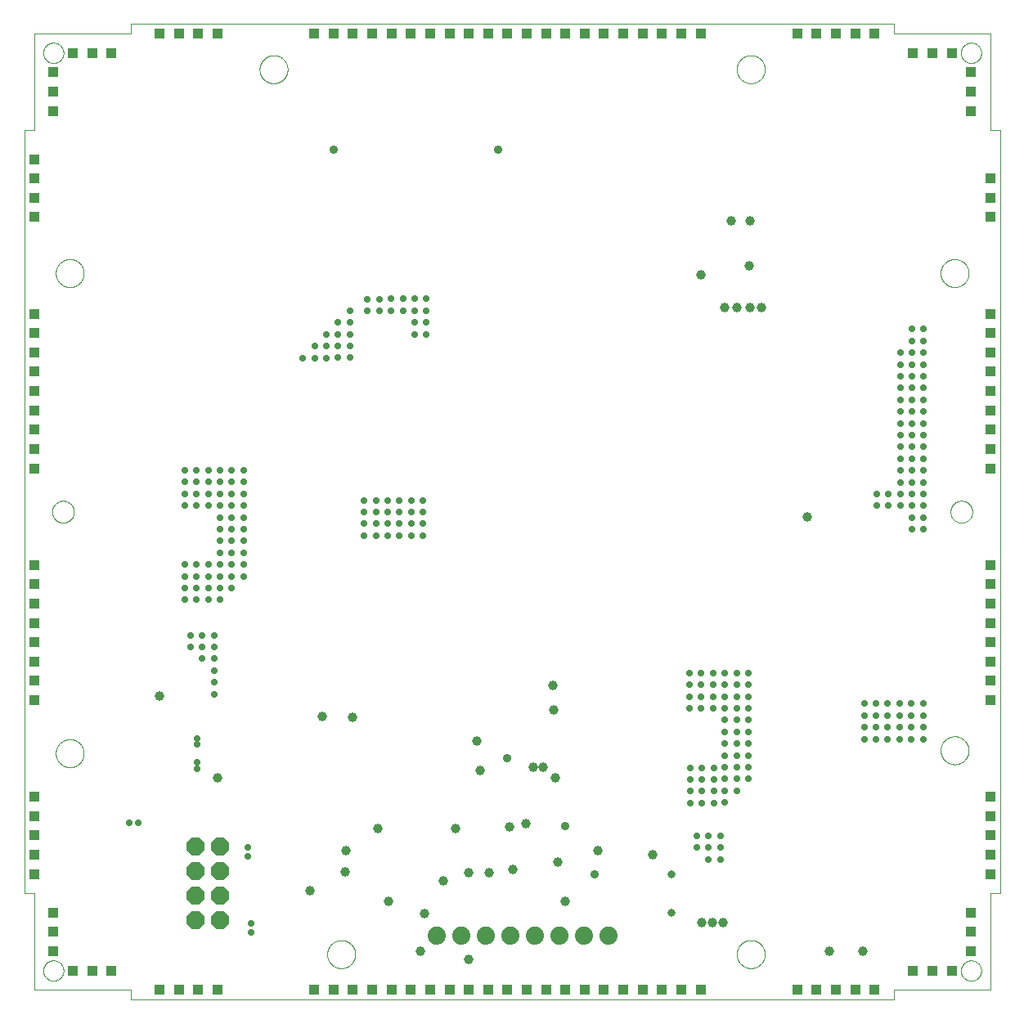
<source format=gbl>
G75*
%MOIN*%
%OFA0B0*%
%FSLAX25Y25*%
%IPPOS*%
%LPD*%
%AMOC8*
5,1,8,0,0,1.08239X$1,22.5*
%
%ADD10C,0.00000*%
%ADD11C,0.07400*%
%ADD12OC8,0.07400*%
%ADD13C,0.03962*%
%ADD14C,0.02800*%
%ADD15R,0.03962X0.03962*%
%ADD16C,0.03175*%
%ADD17C,0.03569*%
D10*
X0013611Y0013008D02*
X0052981Y0013008D01*
X0052981Y0009071D01*
X0364005Y0009071D01*
X0364005Y0013008D01*
X0403375Y0013008D01*
X0403375Y0052378D01*
X0407312Y0052378D01*
X0407312Y0363402D01*
X0403375Y0363402D01*
X0403375Y0402772D01*
X0364005Y0402772D01*
X0364005Y0406709D01*
X0052981Y0406709D01*
X0052981Y0402772D01*
X0013611Y0402772D01*
X0013611Y0363402D01*
X0009674Y0363402D01*
X0009674Y0052378D01*
X0013611Y0052378D01*
X0013611Y0013008D01*
X0017351Y0020882D02*
X0017353Y0021010D01*
X0017359Y0021138D01*
X0017369Y0021265D01*
X0017383Y0021393D01*
X0017400Y0021519D01*
X0017422Y0021645D01*
X0017448Y0021771D01*
X0017477Y0021895D01*
X0017510Y0022019D01*
X0017547Y0022141D01*
X0017588Y0022262D01*
X0017633Y0022382D01*
X0017681Y0022501D01*
X0017733Y0022618D01*
X0017789Y0022733D01*
X0017848Y0022847D01*
X0017910Y0022958D01*
X0017976Y0023068D01*
X0018045Y0023175D01*
X0018118Y0023281D01*
X0018194Y0023384D01*
X0018273Y0023484D01*
X0018355Y0023583D01*
X0018440Y0023678D01*
X0018528Y0023771D01*
X0018619Y0023861D01*
X0018712Y0023948D01*
X0018809Y0024033D01*
X0018907Y0024114D01*
X0019009Y0024192D01*
X0019112Y0024267D01*
X0019218Y0024339D01*
X0019326Y0024408D01*
X0019436Y0024473D01*
X0019549Y0024534D01*
X0019663Y0024593D01*
X0019778Y0024647D01*
X0019896Y0024698D01*
X0020014Y0024746D01*
X0020135Y0024789D01*
X0020256Y0024829D01*
X0020379Y0024865D01*
X0020503Y0024898D01*
X0020628Y0024926D01*
X0020753Y0024951D01*
X0020879Y0024971D01*
X0021006Y0024988D01*
X0021134Y0025001D01*
X0021261Y0025010D01*
X0021389Y0025015D01*
X0021517Y0025016D01*
X0021645Y0025013D01*
X0021773Y0025006D01*
X0021900Y0024995D01*
X0022027Y0024980D01*
X0022154Y0024962D01*
X0022280Y0024939D01*
X0022405Y0024912D01*
X0022529Y0024882D01*
X0022652Y0024848D01*
X0022775Y0024810D01*
X0022896Y0024768D01*
X0023015Y0024722D01*
X0023133Y0024673D01*
X0023250Y0024620D01*
X0023365Y0024564D01*
X0023478Y0024504D01*
X0023589Y0024441D01*
X0023698Y0024374D01*
X0023805Y0024304D01*
X0023910Y0024230D01*
X0024012Y0024154D01*
X0024112Y0024074D01*
X0024210Y0023991D01*
X0024305Y0023905D01*
X0024397Y0023816D01*
X0024486Y0023725D01*
X0024573Y0023631D01*
X0024656Y0023534D01*
X0024737Y0023434D01*
X0024814Y0023333D01*
X0024889Y0023228D01*
X0024960Y0023122D01*
X0025027Y0023013D01*
X0025092Y0022903D01*
X0025152Y0022790D01*
X0025210Y0022676D01*
X0025263Y0022560D01*
X0025313Y0022442D01*
X0025360Y0022323D01*
X0025403Y0022202D01*
X0025442Y0022080D01*
X0025477Y0021957D01*
X0025508Y0021833D01*
X0025536Y0021708D01*
X0025559Y0021582D01*
X0025579Y0021456D01*
X0025595Y0021329D01*
X0025607Y0021202D01*
X0025615Y0021074D01*
X0025619Y0020946D01*
X0025619Y0020818D01*
X0025615Y0020690D01*
X0025607Y0020562D01*
X0025595Y0020435D01*
X0025579Y0020308D01*
X0025559Y0020182D01*
X0025536Y0020056D01*
X0025508Y0019931D01*
X0025477Y0019807D01*
X0025442Y0019684D01*
X0025403Y0019562D01*
X0025360Y0019441D01*
X0025313Y0019322D01*
X0025263Y0019204D01*
X0025210Y0019088D01*
X0025152Y0018974D01*
X0025092Y0018861D01*
X0025027Y0018751D01*
X0024960Y0018642D01*
X0024889Y0018536D01*
X0024814Y0018431D01*
X0024737Y0018330D01*
X0024656Y0018230D01*
X0024573Y0018133D01*
X0024486Y0018039D01*
X0024397Y0017948D01*
X0024305Y0017859D01*
X0024210Y0017773D01*
X0024112Y0017690D01*
X0024012Y0017610D01*
X0023910Y0017534D01*
X0023805Y0017460D01*
X0023698Y0017390D01*
X0023589Y0017323D01*
X0023478Y0017260D01*
X0023365Y0017200D01*
X0023250Y0017144D01*
X0023133Y0017091D01*
X0023015Y0017042D01*
X0022896Y0016996D01*
X0022775Y0016954D01*
X0022652Y0016916D01*
X0022529Y0016882D01*
X0022405Y0016852D01*
X0022280Y0016825D01*
X0022154Y0016802D01*
X0022027Y0016784D01*
X0021900Y0016769D01*
X0021773Y0016758D01*
X0021645Y0016751D01*
X0021517Y0016748D01*
X0021389Y0016749D01*
X0021261Y0016754D01*
X0021134Y0016763D01*
X0021006Y0016776D01*
X0020879Y0016793D01*
X0020753Y0016813D01*
X0020628Y0016838D01*
X0020503Y0016866D01*
X0020379Y0016899D01*
X0020256Y0016935D01*
X0020135Y0016975D01*
X0020014Y0017018D01*
X0019896Y0017066D01*
X0019778Y0017117D01*
X0019663Y0017171D01*
X0019549Y0017230D01*
X0019436Y0017291D01*
X0019326Y0017356D01*
X0019218Y0017425D01*
X0019112Y0017497D01*
X0019009Y0017572D01*
X0018907Y0017650D01*
X0018809Y0017731D01*
X0018712Y0017816D01*
X0018619Y0017903D01*
X0018528Y0017993D01*
X0018440Y0018086D01*
X0018355Y0018181D01*
X0018273Y0018280D01*
X0018194Y0018380D01*
X0018118Y0018483D01*
X0018045Y0018589D01*
X0017976Y0018696D01*
X0017910Y0018806D01*
X0017848Y0018917D01*
X0017789Y0019031D01*
X0017733Y0019146D01*
X0017681Y0019263D01*
X0017633Y0019382D01*
X0017588Y0019502D01*
X0017547Y0019623D01*
X0017510Y0019745D01*
X0017477Y0019869D01*
X0017448Y0019993D01*
X0017422Y0020119D01*
X0017400Y0020245D01*
X0017383Y0020371D01*
X0017369Y0020499D01*
X0017359Y0020626D01*
X0017353Y0020754D01*
X0017351Y0020882D01*
X0022469Y0109465D02*
X0022471Y0109616D01*
X0022477Y0109766D01*
X0022487Y0109917D01*
X0022501Y0110067D01*
X0022519Y0110216D01*
X0022540Y0110366D01*
X0022566Y0110514D01*
X0022596Y0110662D01*
X0022629Y0110809D01*
X0022667Y0110955D01*
X0022708Y0111100D01*
X0022753Y0111244D01*
X0022802Y0111386D01*
X0022855Y0111527D01*
X0022911Y0111667D01*
X0022971Y0111805D01*
X0023034Y0111942D01*
X0023102Y0112077D01*
X0023172Y0112210D01*
X0023246Y0112341D01*
X0023324Y0112470D01*
X0023405Y0112597D01*
X0023489Y0112722D01*
X0023577Y0112845D01*
X0023668Y0112965D01*
X0023762Y0113083D01*
X0023859Y0113198D01*
X0023959Y0113311D01*
X0024062Y0113421D01*
X0024168Y0113528D01*
X0024277Y0113633D01*
X0024388Y0113734D01*
X0024502Y0113833D01*
X0024618Y0113928D01*
X0024738Y0114021D01*
X0024859Y0114110D01*
X0024983Y0114196D01*
X0025109Y0114279D01*
X0025237Y0114358D01*
X0025367Y0114434D01*
X0025499Y0114507D01*
X0025633Y0114575D01*
X0025769Y0114641D01*
X0025907Y0114703D01*
X0026046Y0114761D01*
X0026186Y0114815D01*
X0026328Y0114866D01*
X0026471Y0114913D01*
X0026616Y0114956D01*
X0026761Y0114995D01*
X0026908Y0115031D01*
X0027055Y0115062D01*
X0027203Y0115090D01*
X0027352Y0115114D01*
X0027501Y0115134D01*
X0027651Y0115150D01*
X0027801Y0115162D01*
X0027952Y0115170D01*
X0028103Y0115174D01*
X0028253Y0115174D01*
X0028404Y0115170D01*
X0028555Y0115162D01*
X0028705Y0115150D01*
X0028855Y0115134D01*
X0029004Y0115114D01*
X0029153Y0115090D01*
X0029301Y0115062D01*
X0029448Y0115031D01*
X0029595Y0114995D01*
X0029740Y0114956D01*
X0029885Y0114913D01*
X0030028Y0114866D01*
X0030170Y0114815D01*
X0030310Y0114761D01*
X0030449Y0114703D01*
X0030587Y0114641D01*
X0030723Y0114575D01*
X0030857Y0114507D01*
X0030989Y0114434D01*
X0031119Y0114358D01*
X0031247Y0114279D01*
X0031373Y0114196D01*
X0031497Y0114110D01*
X0031618Y0114021D01*
X0031738Y0113928D01*
X0031854Y0113833D01*
X0031968Y0113734D01*
X0032079Y0113633D01*
X0032188Y0113528D01*
X0032294Y0113421D01*
X0032397Y0113311D01*
X0032497Y0113198D01*
X0032594Y0113083D01*
X0032688Y0112965D01*
X0032779Y0112845D01*
X0032867Y0112722D01*
X0032951Y0112597D01*
X0033032Y0112470D01*
X0033110Y0112341D01*
X0033184Y0112210D01*
X0033254Y0112077D01*
X0033322Y0111942D01*
X0033385Y0111805D01*
X0033445Y0111667D01*
X0033501Y0111527D01*
X0033554Y0111386D01*
X0033603Y0111244D01*
X0033648Y0111100D01*
X0033689Y0110955D01*
X0033727Y0110809D01*
X0033760Y0110662D01*
X0033790Y0110514D01*
X0033816Y0110366D01*
X0033837Y0110216D01*
X0033855Y0110067D01*
X0033869Y0109917D01*
X0033879Y0109766D01*
X0033885Y0109616D01*
X0033887Y0109465D01*
X0033885Y0109314D01*
X0033879Y0109164D01*
X0033869Y0109013D01*
X0033855Y0108863D01*
X0033837Y0108714D01*
X0033816Y0108564D01*
X0033790Y0108416D01*
X0033760Y0108268D01*
X0033727Y0108121D01*
X0033689Y0107975D01*
X0033648Y0107830D01*
X0033603Y0107686D01*
X0033554Y0107544D01*
X0033501Y0107403D01*
X0033445Y0107263D01*
X0033385Y0107125D01*
X0033322Y0106988D01*
X0033254Y0106853D01*
X0033184Y0106720D01*
X0033110Y0106589D01*
X0033032Y0106460D01*
X0032951Y0106333D01*
X0032867Y0106208D01*
X0032779Y0106085D01*
X0032688Y0105965D01*
X0032594Y0105847D01*
X0032497Y0105732D01*
X0032397Y0105619D01*
X0032294Y0105509D01*
X0032188Y0105402D01*
X0032079Y0105297D01*
X0031968Y0105196D01*
X0031854Y0105097D01*
X0031738Y0105002D01*
X0031618Y0104909D01*
X0031497Y0104820D01*
X0031373Y0104734D01*
X0031247Y0104651D01*
X0031119Y0104572D01*
X0030989Y0104496D01*
X0030857Y0104423D01*
X0030723Y0104355D01*
X0030587Y0104289D01*
X0030449Y0104227D01*
X0030310Y0104169D01*
X0030170Y0104115D01*
X0030028Y0104064D01*
X0029885Y0104017D01*
X0029740Y0103974D01*
X0029595Y0103935D01*
X0029448Y0103899D01*
X0029301Y0103868D01*
X0029153Y0103840D01*
X0029004Y0103816D01*
X0028855Y0103796D01*
X0028705Y0103780D01*
X0028555Y0103768D01*
X0028404Y0103760D01*
X0028253Y0103756D01*
X0028103Y0103756D01*
X0027952Y0103760D01*
X0027801Y0103768D01*
X0027651Y0103780D01*
X0027501Y0103796D01*
X0027352Y0103816D01*
X0027203Y0103840D01*
X0027055Y0103868D01*
X0026908Y0103899D01*
X0026761Y0103935D01*
X0026616Y0103974D01*
X0026471Y0104017D01*
X0026328Y0104064D01*
X0026186Y0104115D01*
X0026046Y0104169D01*
X0025907Y0104227D01*
X0025769Y0104289D01*
X0025633Y0104355D01*
X0025499Y0104423D01*
X0025367Y0104496D01*
X0025237Y0104572D01*
X0025109Y0104651D01*
X0024983Y0104734D01*
X0024859Y0104820D01*
X0024738Y0104909D01*
X0024618Y0105002D01*
X0024502Y0105097D01*
X0024388Y0105196D01*
X0024277Y0105297D01*
X0024168Y0105402D01*
X0024062Y0105509D01*
X0023959Y0105619D01*
X0023859Y0105732D01*
X0023762Y0105847D01*
X0023668Y0105965D01*
X0023577Y0106085D01*
X0023489Y0106208D01*
X0023405Y0106333D01*
X0023324Y0106460D01*
X0023246Y0106589D01*
X0023172Y0106720D01*
X0023102Y0106853D01*
X0023034Y0106988D01*
X0022971Y0107125D01*
X0022911Y0107263D01*
X0022855Y0107403D01*
X0022802Y0107544D01*
X0022753Y0107686D01*
X0022708Y0107830D01*
X0022667Y0107975D01*
X0022629Y0108121D01*
X0022596Y0108268D01*
X0022566Y0108416D01*
X0022540Y0108564D01*
X0022519Y0108714D01*
X0022501Y0108863D01*
X0022487Y0109013D01*
X0022477Y0109164D01*
X0022471Y0109314D01*
X0022469Y0109465D01*
X0020973Y0207890D02*
X0020975Y0208023D01*
X0020981Y0208156D01*
X0020991Y0208289D01*
X0021005Y0208421D01*
X0021023Y0208553D01*
X0021044Y0208684D01*
X0021070Y0208815D01*
X0021100Y0208945D01*
X0021133Y0209074D01*
X0021171Y0209201D01*
X0021212Y0209328D01*
X0021257Y0209453D01*
X0021305Y0209577D01*
X0021358Y0209700D01*
X0021414Y0209820D01*
X0021473Y0209939D01*
X0021536Y0210057D01*
X0021603Y0210172D01*
X0021673Y0210285D01*
X0021746Y0210396D01*
X0021823Y0210505D01*
X0021903Y0210612D01*
X0021986Y0210716D01*
X0022072Y0210817D01*
X0022161Y0210916D01*
X0022253Y0211012D01*
X0022347Y0211106D01*
X0022445Y0211196D01*
X0022545Y0211284D01*
X0022648Y0211368D01*
X0022753Y0211450D01*
X0022861Y0211528D01*
X0022971Y0211603D01*
X0023083Y0211675D01*
X0023198Y0211743D01*
X0023314Y0211808D01*
X0023432Y0211869D01*
X0023552Y0211927D01*
X0023673Y0211981D01*
X0023797Y0212031D01*
X0023921Y0212078D01*
X0024047Y0212121D01*
X0024174Y0212160D01*
X0024303Y0212196D01*
X0024432Y0212227D01*
X0024562Y0212255D01*
X0024693Y0212279D01*
X0024825Y0212299D01*
X0024957Y0212315D01*
X0025090Y0212327D01*
X0025222Y0212335D01*
X0025355Y0212339D01*
X0025489Y0212339D01*
X0025622Y0212335D01*
X0025754Y0212327D01*
X0025887Y0212315D01*
X0026019Y0212299D01*
X0026151Y0212279D01*
X0026282Y0212255D01*
X0026412Y0212227D01*
X0026541Y0212196D01*
X0026670Y0212160D01*
X0026797Y0212121D01*
X0026923Y0212078D01*
X0027047Y0212031D01*
X0027171Y0211981D01*
X0027292Y0211927D01*
X0027412Y0211869D01*
X0027530Y0211808D01*
X0027647Y0211743D01*
X0027761Y0211675D01*
X0027873Y0211603D01*
X0027983Y0211528D01*
X0028091Y0211450D01*
X0028196Y0211368D01*
X0028299Y0211284D01*
X0028399Y0211196D01*
X0028497Y0211106D01*
X0028591Y0211012D01*
X0028683Y0210916D01*
X0028772Y0210817D01*
X0028858Y0210716D01*
X0028941Y0210612D01*
X0029021Y0210505D01*
X0029098Y0210396D01*
X0029171Y0210285D01*
X0029241Y0210172D01*
X0029308Y0210057D01*
X0029371Y0209939D01*
X0029430Y0209820D01*
X0029486Y0209700D01*
X0029539Y0209577D01*
X0029587Y0209453D01*
X0029632Y0209328D01*
X0029673Y0209201D01*
X0029711Y0209074D01*
X0029744Y0208945D01*
X0029774Y0208815D01*
X0029800Y0208684D01*
X0029821Y0208553D01*
X0029839Y0208421D01*
X0029853Y0208289D01*
X0029863Y0208156D01*
X0029869Y0208023D01*
X0029871Y0207890D01*
X0029869Y0207757D01*
X0029863Y0207624D01*
X0029853Y0207491D01*
X0029839Y0207359D01*
X0029821Y0207227D01*
X0029800Y0207096D01*
X0029774Y0206965D01*
X0029744Y0206835D01*
X0029711Y0206706D01*
X0029673Y0206579D01*
X0029632Y0206452D01*
X0029587Y0206327D01*
X0029539Y0206203D01*
X0029486Y0206080D01*
X0029430Y0205960D01*
X0029371Y0205841D01*
X0029308Y0205723D01*
X0029241Y0205608D01*
X0029171Y0205495D01*
X0029098Y0205384D01*
X0029021Y0205275D01*
X0028941Y0205168D01*
X0028858Y0205064D01*
X0028772Y0204963D01*
X0028683Y0204864D01*
X0028591Y0204768D01*
X0028497Y0204674D01*
X0028399Y0204584D01*
X0028299Y0204496D01*
X0028196Y0204412D01*
X0028091Y0204330D01*
X0027983Y0204252D01*
X0027873Y0204177D01*
X0027761Y0204105D01*
X0027646Y0204037D01*
X0027530Y0203972D01*
X0027412Y0203911D01*
X0027292Y0203853D01*
X0027171Y0203799D01*
X0027047Y0203749D01*
X0026923Y0203702D01*
X0026797Y0203659D01*
X0026670Y0203620D01*
X0026541Y0203584D01*
X0026412Y0203553D01*
X0026282Y0203525D01*
X0026151Y0203501D01*
X0026019Y0203481D01*
X0025887Y0203465D01*
X0025754Y0203453D01*
X0025622Y0203445D01*
X0025489Y0203441D01*
X0025355Y0203441D01*
X0025222Y0203445D01*
X0025090Y0203453D01*
X0024957Y0203465D01*
X0024825Y0203481D01*
X0024693Y0203501D01*
X0024562Y0203525D01*
X0024432Y0203553D01*
X0024303Y0203584D01*
X0024174Y0203620D01*
X0024047Y0203659D01*
X0023921Y0203702D01*
X0023797Y0203749D01*
X0023673Y0203799D01*
X0023552Y0203853D01*
X0023432Y0203911D01*
X0023314Y0203972D01*
X0023197Y0204037D01*
X0023083Y0204105D01*
X0022971Y0204177D01*
X0022861Y0204252D01*
X0022753Y0204330D01*
X0022648Y0204412D01*
X0022545Y0204496D01*
X0022445Y0204584D01*
X0022347Y0204674D01*
X0022253Y0204768D01*
X0022161Y0204864D01*
X0022072Y0204963D01*
X0021986Y0205064D01*
X0021903Y0205168D01*
X0021823Y0205275D01*
X0021746Y0205384D01*
X0021673Y0205495D01*
X0021603Y0205608D01*
X0021536Y0205723D01*
X0021473Y0205841D01*
X0021414Y0205960D01*
X0021358Y0206080D01*
X0021305Y0206203D01*
X0021257Y0206327D01*
X0021212Y0206452D01*
X0021171Y0206579D01*
X0021133Y0206706D01*
X0021100Y0206835D01*
X0021070Y0206965D01*
X0021044Y0207096D01*
X0021023Y0207227D01*
X0021005Y0207359D01*
X0020991Y0207491D01*
X0020981Y0207624D01*
X0020975Y0207757D01*
X0020973Y0207890D01*
X0022469Y0305134D02*
X0022471Y0305285D01*
X0022477Y0305435D01*
X0022487Y0305586D01*
X0022501Y0305736D01*
X0022519Y0305885D01*
X0022540Y0306035D01*
X0022566Y0306183D01*
X0022596Y0306331D01*
X0022629Y0306478D01*
X0022667Y0306624D01*
X0022708Y0306769D01*
X0022753Y0306913D01*
X0022802Y0307055D01*
X0022855Y0307196D01*
X0022911Y0307336D01*
X0022971Y0307474D01*
X0023034Y0307611D01*
X0023102Y0307746D01*
X0023172Y0307879D01*
X0023246Y0308010D01*
X0023324Y0308139D01*
X0023405Y0308266D01*
X0023489Y0308391D01*
X0023577Y0308514D01*
X0023668Y0308634D01*
X0023762Y0308752D01*
X0023859Y0308867D01*
X0023959Y0308980D01*
X0024062Y0309090D01*
X0024168Y0309197D01*
X0024277Y0309302D01*
X0024388Y0309403D01*
X0024502Y0309502D01*
X0024618Y0309597D01*
X0024738Y0309690D01*
X0024859Y0309779D01*
X0024983Y0309865D01*
X0025109Y0309948D01*
X0025237Y0310027D01*
X0025367Y0310103D01*
X0025499Y0310176D01*
X0025633Y0310244D01*
X0025769Y0310310D01*
X0025907Y0310372D01*
X0026046Y0310430D01*
X0026186Y0310484D01*
X0026328Y0310535D01*
X0026471Y0310582D01*
X0026616Y0310625D01*
X0026761Y0310664D01*
X0026908Y0310700D01*
X0027055Y0310731D01*
X0027203Y0310759D01*
X0027352Y0310783D01*
X0027501Y0310803D01*
X0027651Y0310819D01*
X0027801Y0310831D01*
X0027952Y0310839D01*
X0028103Y0310843D01*
X0028253Y0310843D01*
X0028404Y0310839D01*
X0028555Y0310831D01*
X0028705Y0310819D01*
X0028855Y0310803D01*
X0029004Y0310783D01*
X0029153Y0310759D01*
X0029301Y0310731D01*
X0029448Y0310700D01*
X0029595Y0310664D01*
X0029740Y0310625D01*
X0029885Y0310582D01*
X0030028Y0310535D01*
X0030170Y0310484D01*
X0030310Y0310430D01*
X0030449Y0310372D01*
X0030587Y0310310D01*
X0030723Y0310244D01*
X0030857Y0310176D01*
X0030989Y0310103D01*
X0031119Y0310027D01*
X0031247Y0309948D01*
X0031373Y0309865D01*
X0031497Y0309779D01*
X0031618Y0309690D01*
X0031738Y0309597D01*
X0031854Y0309502D01*
X0031968Y0309403D01*
X0032079Y0309302D01*
X0032188Y0309197D01*
X0032294Y0309090D01*
X0032397Y0308980D01*
X0032497Y0308867D01*
X0032594Y0308752D01*
X0032688Y0308634D01*
X0032779Y0308514D01*
X0032867Y0308391D01*
X0032951Y0308266D01*
X0033032Y0308139D01*
X0033110Y0308010D01*
X0033184Y0307879D01*
X0033254Y0307746D01*
X0033322Y0307611D01*
X0033385Y0307474D01*
X0033445Y0307336D01*
X0033501Y0307196D01*
X0033554Y0307055D01*
X0033603Y0306913D01*
X0033648Y0306769D01*
X0033689Y0306624D01*
X0033727Y0306478D01*
X0033760Y0306331D01*
X0033790Y0306183D01*
X0033816Y0306035D01*
X0033837Y0305885D01*
X0033855Y0305736D01*
X0033869Y0305586D01*
X0033879Y0305435D01*
X0033885Y0305285D01*
X0033887Y0305134D01*
X0033885Y0304983D01*
X0033879Y0304833D01*
X0033869Y0304682D01*
X0033855Y0304532D01*
X0033837Y0304383D01*
X0033816Y0304233D01*
X0033790Y0304085D01*
X0033760Y0303937D01*
X0033727Y0303790D01*
X0033689Y0303644D01*
X0033648Y0303499D01*
X0033603Y0303355D01*
X0033554Y0303213D01*
X0033501Y0303072D01*
X0033445Y0302932D01*
X0033385Y0302794D01*
X0033322Y0302657D01*
X0033254Y0302522D01*
X0033184Y0302389D01*
X0033110Y0302258D01*
X0033032Y0302129D01*
X0032951Y0302002D01*
X0032867Y0301877D01*
X0032779Y0301754D01*
X0032688Y0301634D01*
X0032594Y0301516D01*
X0032497Y0301401D01*
X0032397Y0301288D01*
X0032294Y0301178D01*
X0032188Y0301071D01*
X0032079Y0300966D01*
X0031968Y0300865D01*
X0031854Y0300766D01*
X0031738Y0300671D01*
X0031618Y0300578D01*
X0031497Y0300489D01*
X0031373Y0300403D01*
X0031247Y0300320D01*
X0031119Y0300241D01*
X0030989Y0300165D01*
X0030857Y0300092D01*
X0030723Y0300024D01*
X0030587Y0299958D01*
X0030449Y0299896D01*
X0030310Y0299838D01*
X0030170Y0299784D01*
X0030028Y0299733D01*
X0029885Y0299686D01*
X0029740Y0299643D01*
X0029595Y0299604D01*
X0029448Y0299568D01*
X0029301Y0299537D01*
X0029153Y0299509D01*
X0029004Y0299485D01*
X0028855Y0299465D01*
X0028705Y0299449D01*
X0028555Y0299437D01*
X0028404Y0299429D01*
X0028253Y0299425D01*
X0028103Y0299425D01*
X0027952Y0299429D01*
X0027801Y0299437D01*
X0027651Y0299449D01*
X0027501Y0299465D01*
X0027352Y0299485D01*
X0027203Y0299509D01*
X0027055Y0299537D01*
X0026908Y0299568D01*
X0026761Y0299604D01*
X0026616Y0299643D01*
X0026471Y0299686D01*
X0026328Y0299733D01*
X0026186Y0299784D01*
X0026046Y0299838D01*
X0025907Y0299896D01*
X0025769Y0299958D01*
X0025633Y0300024D01*
X0025499Y0300092D01*
X0025367Y0300165D01*
X0025237Y0300241D01*
X0025109Y0300320D01*
X0024983Y0300403D01*
X0024859Y0300489D01*
X0024738Y0300578D01*
X0024618Y0300671D01*
X0024502Y0300766D01*
X0024388Y0300865D01*
X0024277Y0300966D01*
X0024168Y0301071D01*
X0024062Y0301178D01*
X0023959Y0301288D01*
X0023859Y0301401D01*
X0023762Y0301516D01*
X0023668Y0301634D01*
X0023577Y0301754D01*
X0023489Y0301877D01*
X0023405Y0302002D01*
X0023324Y0302129D01*
X0023246Y0302258D01*
X0023172Y0302389D01*
X0023102Y0302522D01*
X0023034Y0302657D01*
X0022971Y0302794D01*
X0022911Y0302932D01*
X0022855Y0303072D01*
X0022802Y0303213D01*
X0022753Y0303355D01*
X0022708Y0303499D01*
X0022667Y0303644D01*
X0022629Y0303790D01*
X0022596Y0303937D01*
X0022566Y0304085D01*
X0022540Y0304233D01*
X0022519Y0304383D01*
X0022501Y0304532D01*
X0022487Y0304682D01*
X0022477Y0304833D01*
X0022471Y0304983D01*
X0022469Y0305134D01*
X0105540Y0388205D02*
X0105542Y0388356D01*
X0105548Y0388506D01*
X0105558Y0388657D01*
X0105572Y0388807D01*
X0105590Y0388956D01*
X0105611Y0389106D01*
X0105637Y0389254D01*
X0105667Y0389402D01*
X0105700Y0389549D01*
X0105738Y0389695D01*
X0105779Y0389840D01*
X0105824Y0389984D01*
X0105873Y0390126D01*
X0105926Y0390267D01*
X0105982Y0390407D01*
X0106042Y0390545D01*
X0106105Y0390682D01*
X0106173Y0390817D01*
X0106243Y0390950D01*
X0106317Y0391081D01*
X0106395Y0391210D01*
X0106476Y0391337D01*
X0106560Y0391462D01*
X0106648Y0391585D01*
X0106739Y0391705D01*
X0106833Y0391823D01*
X0106930Y0391938D01*
X0107030Y0392051D01*
X0107133Y0392161D01*
X0107239Y0392268D01*
X0107348Y0392373D01*
X0107459Y0392474D01*
X0107573Y0392573D01*
X0107689Y0392668D01*
X0107809Y0392761D01*
X0107930Y0392850D01*
X0108054Y0392936D01*
X0108180Y0393019D01*
X0108308Y0393098D01*
X0108438Y0393174D01*
X0108570Y0393247D01*
X0108704Y0393315D01*
X0108840Y0393381D01*
X0108978Y0393443D01*
X0109117Y0393501D01*
X0109257Y0393555D01*
X0109399Y0393606D01*
X0109542Y0393653D01*
X0109687Y0393696D01*
X0109832Y0393735D01*
X0109979Y0393771D01*
X0110126Y0393802D01*
X0110274Y0393830D01*
X0110423Y0393854D01*
X0110572Y0393874D01*
X0110722Y0393890D01*
X0110872Y0393902D01*
X0111023Y0393910D01*
X0111174Y0393914D01*
X0111324Y0393914D01*
X0111475Y0393910D01*
X0111626Y0393902D01*
X0111776Y0393890D01*
X0111926Y0393874D01*
X0112075Y0393854D01*
X0112224Y0393830D01*
X0112372Y0393802D01*
X0112519Y0393771D01*
X0112666Y0393735D01*
X0112811Y0393696D01*
X0112956Y0393653D01*
X0113099Y0393606D01*
X0113241Y0393555D01*
X0113381Y0393501D01*
X0113520Y0393443D01*
X0113658Y0393381D01*
X0113794Y0393315D01*
X0113928Y0393247D01*
X0114060Y0393174D01*
X0114190Y0393098D01*
X0114318Y0393019D01*
X0114444Y0392936D01*
X0114568Y0392850D01*
X0114689Y0392761D01*
X0114809Y0392668D01*
X0114925Y0392573D01*
X0115039Y0392474D01*
X0115150Y0392373D01*
X0115259Y0392268D01*
X0115365Y0392161D01*
X0115468Y0392051D01*
X0115568Y0391938D01*
X0115665Y0391823D01*
X0115759Y0391705D01*
X0115850Y0391585D01*
X0115938Y0391462D01*
X0116022Y0391337D01*
X0116103Y0391210D01*
X0116181Y0391081D01*
X0116255Y0390950D01*
X0116325Y0390817D01*
X0116393Y0390682D01*
X0116456Y0390545D01*
X0116516Y0390407D01*
X0116572Y0390267D01*
X0116625Y0390126D01*
X0116674Y0389984D01*
X0116719Y0389840D01*
X0116760Y0389695D01*
X0116798Y0389549D01*
X0116831Y0389402D01*
X0116861Y0389254D01*
X0116887Y0389106D01*
X0116908Y0388956D01*
X0116926Y0388807D01*
X0116940Y0388657D01*
X0116950Y0388506D01*
X0116956Y0388356D01*
X0116958Y0388205D01*
X0116956Y0388054D01*
X0116950Y0387904D01*
X0116940Y0387753D01*
X0116926Y0387603D01*
X0116908Y0387454D01*
X0116887Y0387304D01*
X0116861Y0387156D01*
X0116831Y0387008D01*
X0116798Y0386861D01*
X0116760Y0386715D01*
X0116719Y0386570D01*
X0116674Y0386426D01*
X0116625Y0386284D01*
X0116572Y0386143D01*
X0116516Y0386003D01*
X0116456Y0385865D01*
X0116393Y0385728D01*
X0116325Y0385593D01*
X0116255Y0385460D01*
X0116181Y0385329D01*
X0116103Y0385200D01*
X0116022Y0385073D01*
X0115938Y0384948D01*
X0115850Y0384825D01*
X0115759Y0384705D01*
X0115665Y0384587D01*
X0115568Y0384472D01*
X0115468Y0384359D01*
X0115365Y0384249D01*
X0115259Y0384142D01*
X0115150Y0384037D01*
X0115039Y0383936D01*
X0114925Y0383837D01*
X0114809Y0383742D01*
X0114689Y0383649D01*
X0114568Y0383560D01*
X0114444Y0383474D01*
X0114318Y0383391D01*
X0114190Y0383312D01*
X0114060Y0383236D01*
X0113928Y0383163D01*
X0113794Y0383095D01*
X0113658Y0383029D01*
X0113520Y0382967D01*
X0113381Y0382909D01*
X0113241Y0382855D01*
X0113099Y0382804D01*
X0112956Y0382757D01*
X0112811Y0382714D01*
X0112666Y0382675D01*
X0112519Y0382639D01*
X0112372Y0382608D01*
X0112224Y0382580D01*
X0112075Y0382556D01*
X0111926Y0382536D01*
X0111776Y0382520D01*
X0111626Y0382508D01*
X0111475Y0382500D01*
X0111324Y0382496D01*
X0111174Y0382496D01*
X0111023Y0382500D01*
X0110872Y0382508D01*
X0110722Y0382520D01*
X0110572Y0382536D01*
X0110423Y0382556D01*
X0110274Y0382580D01*
X0110126Y0382608D01*
X0109979Y0382639D01*
X0109832Y0382675D01*
X0109687Y0382714D01*
X0109542Y0382757D01*
X0109399Y0382804D01*
X0109257Y0382855D01*
X0109117Y0382909D01*
X0108978Y0382967D01*
X0108840Y0383029D01*
X0108704Y0383095D01*
X0108570Y0383163D01*
X0108438Y0383236D01*
X0108308Y0383312D01*
X0108180Y0383391D01*
X0108054Y0383474D01*
X0107930Y0383560D01*
X0107809Y0383649D01*
X0107689Y0383742D01*
X0107573Y0383837D01*
X0107459Y0383936D01*
X0107348Y0384037D01*
X0107239Y0384142D01*
X0107133Y0384249D01*
X0107030Y0384359D01*
X0106930Y0384472D01*
X0106833Y0384587D01*
X0106739Y0384705D01*
X0106648Y0384825D01*
X0106560Y0384948D01*
X0106476Y0385073D01*
X0106395Y0385200D01*
X0106317Y0385329D01*
X0106243Y0385460D01*
X0106173Y0385593D01*
X0106105Y0385728D01*
X0106042Y0385865D01*
X0105982Y0386003D01*
X0105926Y0386143D01*
X0105873Y0386284D01*
X0105824Y0386426D01*
X0105779Y0386570D01*
X0105738Y0386715D01*
X0105700Y0386861D01*
X0105667Y0387008D01*
X0105637Y0387156D01*
X0105611Y0387304D01*
X0105590Y0387454D01*
X0105572Y0387603D01*
X0105558Y0387753D01*
X0105548Y0387904D01*
X0105542Y0388054D01*
X0105540Y0388205D01*
X0017351Y0394898D02*
X0017353Y0395026D01*
X0017359Y0395154D01*
X0017369Y0395281D01*
X0017383Y0395409D01*
X0017400Y0395535D01*
X0017422Y0395661D01*
X0017448Y0395787D01*
X0017477Y0395911D01*
X0017510Y0396035D01*
X0017547Y0396157D01*
X0017588Y0396278D01*
X0017633Y0396398D01*
X0017681Y0396517D01*
X0017733Y0396634D01*
X0017789Y0396749D01*
X0017848Y0396863D01*
X0017910Y0396974D01*
X0017976Y0397084D01*
X0018045Y0397191D01*
X0018118Y0397297D01*
X0018194Y0397400D01*
X0018273Y0397500D01*
X0018355Y0397599D01*
X0018440Y0397694D01*
X0018528Y0397787D01*
X0018619Y0397877D01*
X0018712Y0397964D01*
X0018809Y0398049D01*
X0018907Y0398130D01*
X0019009Y0398208D01*
X0019112Y0398283D01*
X0019218Y0398355D01*
X0019326Y0398424D01*
X0019436Y0398489D01*
X0019549Y0398550D01*
X0019663Y0398609D01*
X0019778Y0398663D01*
X0019896Y0398714D01*
X0020014Y0398762D01*
X0020135Y0398805D01*
X0020256Y0398845D01*
X0020379Y0398881D01*
X0020503Y0398914D01*
X0020628Y0398942D01*
X0020753Y0398967D01*
X0020879Y0398987D01*
X0021006Y0399004D01*
X0021134Y0399017D01*
X0021261Y0399026D01*
X0021389Y0399031D01*
X0021517Y0399032D01*
X0021645Y0399029D01*
X0021773Y0399022D01*
X0021900Y0399011D01*
X0022027Y0398996D01*
X0022154Y0398978D01*
X0022280Y0398955D01*
X0022405Y0398928D01*
X0022529Y0398898D01*
X0022652Y0398864D01*
X0022775Y0398826D01*
X0022896Y0398784D01*
X0023015Y0398738D01*
X0023133Y0398689D01*
X0023250Y0398636D01*
X0023365Y0398580D01*
X0023478Y0398520D01*
X0023589Y0398457D01*
X0023698Y0398390D01*
X0023805Y0398320D01*
X0023910Y0398246D01*
X0024012Y0398170D01*
X0024112Y0398090D01*
X0024210Y0398007D01*
X0024305Y0397921D01*
X0024397Y0397832D01*
X0024486Y0397741D01*
X0024573Y0397647D01*
X0024656Y0397550D01*
X0024737Y0397450D01*
X0024814Y0397349D01*
X0024889Y0397244D01*
X0024960Y0397138D01*
X0025027Y0397029D01*
X0025092Y0396919D01*
X0025152Y0396806D01*
X0025210Y0396692D01*
X0025263Y0396576D01*
X0025313Y0396458D01*
X0025360Y0396339D01*
X0025403Y0396218D01*
X0025442Y0396096D01*
X0025477Y0395973D01*
X0025508Y0395849D01*
X0025536Y0395724D01*
X0025559Y0395598D01*
X0025579Y0395472D01*
X0025595Y0395345D01*
X0025607Y0395218D01*
X0025615Y0395090D01*
X0025619Y0394962D01*
X0025619Y0394834D01*
X0025615Y0394706D01*
X0025607Y0394578D01*
X0025595Y0394451D01*
X0025579Y0394324D01*
X0025559Y0394198D01*
X0025536Y0394072D01*
X0025508Y0393947D01*
X0025477Y0393823D01*
X0025442Y0393700D01*
X0025403Y0393578D01*
X0025360Y0393457D01*
X0025313Y0393338D01*
X0025263Y0393220D01*
X0025210Y0393104D01*
X0025152Y0392990D01*
X0025092Y0392877D01*
X0025027Y0392767D01*
X0024960Y0392658D01*
X0024889Y0392552D01*
X0024814Y0392447D01*
X0024737Y0392346D01*
X0024656Y0392246D01*
X0024573Y0392149D01*
X0024486Y0392055D01*
X0024397Y0391964D01*
X0024305Y0391875D01*
X0024210Y0391789D01*
X0024112Y0391706D01*
X0024012Y0391626D01*
X0023910Y0391550D01*
X0023805Y0391476D01*
X0023698Y0391406D01*
X0023589Y0391339D01*
X0023478Y0391276D01*
X0023365Y0391216D01*
X0023250Y0391160D01*
X0023133Y0391107D01*
X0023015Y0391058D01*
X0022896Y0391012D01*
X0022775Y0390970D01*
X0022652Y0390932D01*
X0022529Y0390898D01*
X0022405Y0390868D01*
X0022280Y0390841D01*
X0022154Y0390818D01*
X0022027Y0390800D01*
X0021900Y0390785D01*
X0021773Y0390774D01*
X0021645Y0390767D01*
X0021517Y0390764D01*
X0021389Y0390765D01*
X0021261Y0390770D01*
X0021134Y0390779D01*
X0021006Y0390792D01*
X0020879Y0390809D01*
X0020753Y0390829D01*
X0020628Y0390854D01*
X0020503Y0390882D01*
X0020379Y0390915D01*
X0020256Y0390951D01*
X0020135Y0390991D01*
X0020014Y0391034D01*
X0019896Y0391082D01*
X0019778Y0391133D01*
X0019663Y0391187D01*
X0019549Y0391246D01*
X0019436Y0391307D01*
X0019326Y0391372D01*
X0019218Y0391441D01*
X0019112Y0391513D01*
X0019009Y0391588D01*
X0018907Y0391666D01*
X0018809Y0391747D01*
X0018712Y0391832D01*
X0018619Y0391919D01*
X0018528Y0392009D01*
X0018440Y0392102D01*
X0018355Y0392197D01*
X0018273Y0392296D01*
X0018194Y0392396D01*
X0018118Y0392499D01*
X0018045Y0392605D01*
X0017976Y0392712D01*
X0017910Y0392822D01*
X0017848Y0392933D01*
X0017789Y0393047D01*
X0017733Y0393162D01*
X0017681Y0393279D01*
X0017633Y0393398D01*
X0017588Y0393518D01*
X0017547Y0393639D01*
X0017510Y0393761D01*
X0017477Y0393885D01*
X0017448Y0394009D01*
X0017422Y0394135D01*
X0017400Y0394261D01*
X0017383Y0394387D01*
X0017369Y0394515D01*
X0017359Y0394642D01*
X0017353Y0394770D01*
X0017351Y0394898D01*
X0300028Y0388205D02*
X0300030Y0388356D01*
X0300036Y0388506D01*
X0300046Y0388657D01*
X0300060Y0388807D01*
X0300078Y0388956D01*
X0300099Y0389106D01*
X0300125Y0389254D01*
X0300155Y0389402D01*
X0300188Y0389549D01*
X0300226Y0389695D01*
X0300267Y0389840D01*
X0300312Y0389984D01*
X0300361Y0390126D01*
X0300414Y0390267D01*
X0300470Y0390407D01*
X0300530Y0390545D01*
X0300593Y0390682D01*
X0300661Y0390817D01*
X0300731Y0390950D01*
X0300805Y0391081D01*
X0300883Y0391210D01*
X0300964Y0391337D01*
X0301048Y0391462D01*
X0301136Y0391585D01*
X0301227Y0391705D01*
X0301321Y0391823D01*
X0301418Y0391938D01*
X0301518Y0392051D01*
X0301621Y0392161D01*
X0301727Y0392268D01*
X0301836Y0392373D01*
X0301947Y0392474D01*
X0302061Y0392573D01*
X0302177Y0392668D01*
X0302297Y0392761D01*
X0302418Y0392850D01*
X0302542Y0392936D01*
X0302668Y0393019D01*
X0302796Y0393098D01*
X0302926Y0393174D01*
X0303058Y0393247D01*
X0303192Y0393315D01*
X0303328Y0393381D01*
X0303466Y0393443D01*
X0303605Y0393501D01*
X0303745Y0393555D01*
X0303887Y0393606D01*
X0304030Y0393653D01*
X0304175Y0393696D01*
X0304320Y0393735D01*
X0304467Y0393771D01*
X0304614Y0393802D01*
X0304762Y0393830D01*
X0304911Y0393854D01*
X0305060Y0393874D01*
X0305210Y0393890D01*
X0305360Y0393902D01*
X0305511Y0393910D01*
X0305662Y0393914D01*
X0305812Y0393914D01*
X0305963Y0393910D01*
X0306114Y0393902D01*
X0306264Y0393890D01*
X0306414Y0393874D01*
X0306563Y0393854D01*
X0306712Y0393830D01*
X0306860Y0393802D01*
X0307007Y0393771D01*
X0307154Y0393735D01*
X0307299Y0393696D01*
X0307444Y0393653D01*
X0307587Y0393606D01*
X0307729Y0393555D01*
X0307869Y0393501D01*
X0308008Y0393443D01*
X0308146Y0393381D01*
X0308282Y0393315D01*
X0308416Y0393247D01*
X0308548Y0393174D01*
X0308678Y0393098D01*
X0308806Y0393019D01*
X0308932Y0392936D01*
X0309056Y0392850D01*
X0309177Y0392761D01*
X0309297Y0392668D01*
X0309413Y0392573D01*
X0309527Y0392474D01*
X0309638Y0392373D01*
X0309747Y0392268D01*
X0309853Y0392161D01*
X0309956Y0392051D01*
X0310056Y0391938D01*
X0310153Y0391823D01*
X0310247Y0391705D01*
X0310338Y0391585D01*
X0310426Y0391462D01*
X0310510Y0391337D01*
X0310591Y0391210D01*
X0310669Y0391081D01*
X0310743Y0390950D01*
X0310813Y0390817D01*
X0310881Y0390682D01*
X0310944Y0390545D01*
X0311004Y0390407D01*
X0311060Y0390267D01*
X0311113Y0390126D01*
X0311162Y0389984D01*
X0311207Y0389840D01*
X0311248Y0389695D01*
X0311286Y0389549D01*
X0311319Y0389402D01*
X0311349Y0389254D01*
X0311375Y0389106D01*
X0311396Y0388956D01*
X0311414Y0388807D01*
X0311428Y0388657D01*
X0311438Y0388506D01*
X0311444Y0388356D01*
X0311446Y0388205D01*
X0311444Y0388054D01*
X0311438Y0387904D01*
X0311428Y0387753D01*
X0311414Y0387603D01*
X0311396Y0387454D01*
X0311375Y0387304D01*
X0311349Y0387156D01*
X0311319Y0387008D01*
X0311286Y0386861D01*
X0311248Y0386715D01*
X0311207Y0386570D01*
X0311162Y0386426D01*
X0311113Y0386284D01*
X0311060Y0386143D01*
X0311004Y0386003D01*
X0310944Y0385865D01*
X0310881Y0385728D01*
X0310813Y0385593D01*
X0310743Y0385460D01*
X0310669Y0385329D01*
X0310591Y0385200D01*
X0310510Y0385073D01*
X0310426Y0384948D01*
X0310338Y0384825D01*
X0310247Y0384705D01*
X0310153Y0384587D01*
X0310056Y0384472D01*
X0309956Y0384359D01*
X0309853Y0384249D01*
X0309747Y0384142D01*
X0309638Y0384037D01*
X0309527Y0383936D01*
X0309413Y0383837D01*
X0309297Y0383742D01*
X0309177Y0383649D01*
X0309056Y0383560D01*
X0308932Y0383474D01*
X0308806Y0383391D01*
X0308678Y0383312D01*
X0308548Y0383236D01*
X0308416Y0383163D01*
X0308282Y0383095D01*
X0308146Y0383029D01*
X0308008Y0382967D01*
X0307869Y0382909D01*
X0307729Y0382855D01*
X0307587Y0382804D01*
X0307444Y0382757D01*
X0307299Y0382714D01*
X0307154Y0382675D01*
X0307007Y0382639D01*
X0306860Y0382608D01*
X0306712Y0382580D01*
X0306563Y0382556D01*
X0306414Y0382536D01*
X0306264Y0382520D01*
X0306114Y0382508D01*
X0305963Y0382500D01*
X0305812Y0382496D01*
X0305662Y0382496D01*
X0305511Y0382500D01*
X0305360Y0382508D01*
X0305210Y0382520D01*
X0305060Y0382536D01*
X0304911Y0382556D01*
X0304762Y0382580D01*
X0304614Y0382608D01*
X0304467Y0382639D01*
X0304320Y0382675D01*
X0304175Y0382714D01*
X0304030Y0382757D01*
X0303887Y0382804D01*
X0303745Y0382855D01*
X0303605Y0382909D01*
X0303466Y0382967D01*
X0303328Y0383029D01*
X0303192Y0383095D01*
X0303058Y0383163D01*
X0302926Y0383236D01*
X0302796Y0383312D01*
X0302668Y0383391D01*
X0302542Y0383474D01*
X0302418Y0383560D01*
X0302297Y0383649D01*
X0302177Y0383742D01*
X0302061Y0383837D01*
X0301947Y0383936D01*
X0301836Y0384037D01*
X0301727Y0384142D01*
X0301621Y0384249D01*
X0301518Y0384359D01*
X0301418Y0384472D01*
X0301321Y0384587D01*
X0301227Y0384705D01*
X0301136Y0384825D01*
X0301048Y0384948D01*
X0300964Y0385073D01*
X0300883Y0385200D01*
X0300805Y0385329D01*
X0300731Y0385460D01*
X0300661Y0385593D01*
X0300593Y0385728D01*
X0300530Y0385865D01*
X0300470Y0386003D01*
X0300414Y0386143D01*
X0300361Y0386284D01*
X0300312Y0386426D01*
X0300267Y0386570D01*
X0300226Y0386715D01*
X0300188Y0386861D01*
X0300155Y0387008D01*
X0300125Y0387156D01*
X0300099Y0387304D01*
X0300078Y0387454D01*
X0300060Y0387603D01*
X0300046Y0387753D01*
X0300036Y0387904D01*
X0300030Y0388054D01*
X0300028Y0388205D01*
X0383099Y0305134D02*
X0383101Y0305285D01*
X0383107Y0305435D01*
X0383117Y0305586D01*
X0383131Y0305736D01*
X0383149Y0305885D01*
X0383170Y0306035D01*
X0383196Y0306183D01*
X0383226Y0306331D01*
X0383259Y0306478D01*
X0383297Y0306624D01*
X0383338Y0306769D01*
X0383383Y0306913D01*
X0383432Y0307055D01*
X0383485Y0307196D01*
X0383541Y0307336D01*
X0383601Y0307474D01*
X0383664Y0307611D01*
X0383732Y0307746D01*
X0383802Y0307879D01*
X0383876Y0308010D01*
X0383954Y0308139D01*
X0384035Y0308266D01*
X0384119Y0308391D01*
X0384207Y0308514D01*
X0384298Y0308634D01*
X0384392Y0308752D01*
X0384489Y0308867D01*
X0384589Y0308980D01*
X0384692Y0309090D01*
X0384798Y0309197D01*
X0384907Y0309302D01*
X0385018Y0309403D01*
X0385132Y0309502D01*
X0385248Y0309597D01*
X0385368Y0309690D01*
X0385489Y0309779D01*
X0385613Y0309865D01*
X0385739Y0309948D01*
X0385867Y0310027D01*
X0385997Y0310103D01*
X0386129Y0310176D01*
X0386263Y0310244D01*
X0386399Y0310310D01*
X0386537Y0310372D01*
X0386676Y0310430D01*
X0386816Y0310484D01*
X0386958Y0310535D01*
X0387101Y0310582D01*
X0387246Y0310625D01*
X0387391Y0310664D01*
X0387538Y0310700D01*
X0387685Y0310731D01*
X0387833Y0310759D01*
X0387982Y0310783D01*
X0388131Y0310803D01*
X0388281Y0310819D01*
X0388431Y0310831D01*
X0388582Y0310839D01*
X0388733Y0310843D01*
X0388883Y0310843D01*
X0389034Y0310839D01*
X0389185Y0310831D01*
X0389335Y0310819D01*
X0389485Y0310803D01*
X0389634Y0310783D01*
X0389783Y0310759D01*
X0389931Y0310731D01*
X0390078Y0310700D01*
X0390225Y0310664D01*
X0390370Y0310625D01*
X0390515Y0310582D01*
X0390658Y0310535D01*
X0390800Y0310484D01*
X0390940Y0310430D01*
X0391079Y0310372D01*
X0391217Y0310310D01*
X0391353Y0310244D01*
X0391487Y0310176D01*
X0391619Y0310103D01*
X0391749Y0310027D01*
X0391877Y0309948D01*
X0392003Y0309865D01*
X0392127Y0309779D01*
X0392248Y0309690D01*
X0392368Y0309597D01*
X0392484Y0309502D01*
X0392598Y0309403D01*
X0392709Y0309302D01*
X0392818Y0309197D01*
X0392924Y0309090D01*
X0393027Y0308980D01*
X0393127Y0308867D01*
X0393224Y0308752D01*
X0393318Y0308634D01*
X0393409Y0308514D01*
X0393497Y0308391D01*
X0393581Y0308266D01*
X0393662Y0308139D01*
X0393740Y0308010D01*
X0393814Y0307879D01*
X0393884Y0307746D01*
X0393952Y0307611D01*
X0394015Y0307474D01*
X0394075Y0307336D01*
X0394131Y0307196D01*
X0394184Y0307055D01*
X0394233Y0306913D01*
X0394278Y0306769D01*
X0394319Y0306624D01*
X0394357Y0306478D01*
X0394390Y0306331D01*
X0394420Y0306183D01*
X0394446Y0306035D01*
X0394467Y0305885D01*
X0394485Y0305736D01*
X0394499Y0305586D01*
X0394509Y0305435D01*
X0394515Y0305285D01*
X0394517Y0305134D01*
X0394515Y0304983D01*
X0394509Y0304833D01*
X0394499Y0304682D01*
X0394485Y0304532D01*
X0394467Y0304383D01*
X0394446Y0304233D01*
X0394420Y0304085D01*
X0394390Y0303937D01*
X0394357Y0303790D01*
X0394319Y0303644D01*
X0394278Y0303499D01*
X0394233Y0303355D01*
X0394184Y0303213D01*
X0394131Y0303072D01*
X0394075Y0302932D01*
X0394015Y0302794D01*
X0393952Y0302657D01*
X0393884Y0302522D01*
X0393814Y0302389D01*
X0393740Y0302258D01*
X0393662Y0302129D01*
X0393581Y0302002D01*
X0393497Y0301877D01*
X0393409Y0301754D01*
X0393318Y0301634D01*
X0393224Y0301516D01*
X0393127Y0301401D01*
X0393027Y0301288D01*
X0392924Y0301178D01*
X0392818Y0301071D01*
X0392709Y0300966D01*
X0392598Y0300865D01*
X0392484Y0300766D01*
X0392368Y0300671D01*
X0392248Y0300578D01*
X0392127Y0300489D01*
X0392003Y0300403D01*
X0391877Y0300320D01*
X0391749Y0300241D01*
X0391619Y0300165D01*
X0391487Y0300092D01*
X0391353Y0300024D01*
X0391217Y0299958D01*
X0391079Y0299896D01*
X0390940Y0299838D01*
X0390800Y0299784D01*
X0390658Y0299733D01*
X0390515Y0299686D01*
X0390370Y0299643D01*
X0390225Y0299604D01*
X0390078Y0299568D01*
X0389931Y0299537D01*
X0389783Y0299509D01*
X0389634Y0299485D01*
X0389485Y0299465D01*
X0389335Y0299449D01*
X0389185Y0299437D01*
X0389034Y0299429D01*
X0388883Y0299425D01*
X0388733Y0299425D01*
X0388582Y0299429D01*
X0388431Y0299437D01*
X0388281Y0299449D01*
X0388131Y0299465D01*
X0387982Y0299485D01*
X0387833Y0299509D01*
X0387685Y0299537D01*
X0387538Y0299568D01*
X0387391Y0299604D01*
X0387246Y0299643D01*
X0387101Y0299686D01*
X0386958Y0299733D01*
X0386816Y0299784D01*
X0386676Y0299838D01*
X0386537Y0299896D01*
X0386399Y0299958D01*
X0386263Y0300024D01*
X0386129Y0300092D01*
X0385997Y0300165D01*
X0385867Y0300241D01*
X0385739Y0300320D01*
X0385613Y0300403D01*
X0385489Y0300489D01*
X0385368Y0300578D01*
X0385248Y0300671D01*
X0385132Y0300766D01*
X0385018Y0300865D01*
X0384907Y0300966D01*
X0384798Y0301071D01*
X0384692Y0301178D01*
X0384589Y0301288D01*
X0384489Y0301401D01*
X0384392Y0301516D01*
X0384298Y0301634D01*
X0384207Y0301754D01*
X0384119Y0301877D01*
X0384035Y0302002D01*
X0383954Y0302129D01*
X0383876Y0302258D01*
X0383802Y0302389D01*
X0383732Y0302522D01*
X0383664Y0302657D01*
X0383601Y0302794D01*
X0383541Y0302932D01*
X0383485Y0303072D01*
X0383432Y0303213D01*
X0383383Y0303355D01*
X0383338Y0303499D01*
X0383297Y0303644D01*
X0383259Y0303790D01*
X0383226Y0303937D01*
X0383196Y0304085D01*
X0383170Y0304233D01*
X0383149Y0304383D01*
X0383131Y0304532D01*
X0383117Y0304682D01*
X0383107Y0304833D01*
X0383101Y0304983D01*
X0383099Y0305134D01*
X0391367Y0394898D02*
X0391369Y0395026D01*
X0391375Y0395154D01*
X0391385Y0395281D01*
X0391399Y0395409D01*
X0391416Y0395535D01*
X0391438Y0395661D01*
X0391464Y0395787D01*
X0391493Y0395911D01*
X0391526Y0396035D01*
X0391563Y0396157D01*
X0391604Y0396278D01*
X0391649Y0396398D01*
X0391697Y0396517D01*
X0391749Y0396634D01*
X0391805Y0396749D01*
X0391864Y0396863D01*
X0391926Y0396974D01*
X0391992Y0397084D01*
X0392061Y0397191D01*
X0392134Y0397297D01*
X0392210Y0397400D01*
X0392289Y0397500D01*
X0392371Y0397599D01*
X0392456Y0397694D01*
X0392544Y0397787D01*
X0392635Y0397877D01*
X0392728Y0397964D01*
X0392825Y0398049D01*
X0392923Y0398130D01*
X0393025Y0398208D01*
X0393128Y0398283D01*
X0393234Y0398355D01*
X0393342Y0398424D01*
X0393452Y0398489D01*
X0393565Y0398550D01*
X0393679Y0398609D01*
X0393794Y0398663D01*
X0393912Y0398714D01*
X0394030Y0398762D01*
X0394151Y0398805D01*
X0394272Y0398845D01*
X0394395Y0398881D01*
X0394519Y0398914D01*
X0394644Y0398942D01*
X0394769Y0398967D01*
X0394895Y0398987D01*
X0395022Y0399004D01*
X0395150Y0399017D01*
X0395277Y0399026D01*
X0395405Y0399031D01*
X0395533Y0399032D01*
X0395661Y0399029D01*
X0395789Y0399022D01*
X0395916Y0399011D01*
X0396043Y0398996D01*
X0396170Y0398978D01*
X0396296Y0398955D01*
X0396421Y0398928D01*
X0396545Y0398898D01*
X0396668Y0398864D01*
X0396791Y0398826D01*
X0396912Y0398784D01*
X0397031Y0398738D01*
X0397149Y0398689D01*
X0397266Y0398636D01*
X0397381Y0398580D01*
X0397494Y0398520D01*
X0397605Y0398457D01*
X0397714Y0398390D01*
X0397821Y0398320D01*
X0397926Y0398246D01*
X0398028Y0398170D01*
X0398128Y0398090D01*
X0398226Y0398007D01*
X0398321Y0397921D01*
X0398413Y0397832D01*
X0398502Y0397741D01*
X0398589Y0397647D01*
X0398672Y0397550D01*
X0398753Y0397450D01*
X0398830Y0397349D01*
X0398905Y0397244D01*
X0398976Y0397138D01*
X0399043Y0397029D01*
X0399108Y0396919D01*
X0399168Y0396806D01*
X0399226Y0396692D01*
X0399279Y0396576D01*
X0399329Y0396458D01*
X0399376Y0396339D01*
X0399419Y0396218D01*
X0399458Y0396096D01*
X0399493Y0395973D01*
X0399524Y0395849D01*
X0399552Y0395724D01*
X0399575Y0395598D01*
X0399595Y0395472D01*
X0399611Y0395345D01*
X0399623Y0395218D01*
X0399631Y0395090D01*
X0399635Y0394962D01*
X0399635Y0394834D01*
X0399631Y0394706D01*
X0399623Y0394578D01*
X0399611Y0394451D01*
X0399595Y0394324D01*
X0399575Y0394198D01*
X0399552Y0394072D01*
X0399524Y0393947D01*
X0399493Y0393823D01*
X0399458Y0393700D01*
X0399419Y0393578D01*
X0399376Y0393457D01*
X0399329Y0393338D01*
X0399279Y0393220D01*
X0399226Y0393104D01*
X0399168Y0392990D01*
X0399108Y0392877D01*
X0399043Y0392767D01*
X0398976Y0392658D01*
X0398905Y0392552D01*
X0398830Y0392447D01*
X0398753Y0392346D01*
X0398672Y0392246D01*
X0398589Y0392149D01*
X0398502Y0392055D01*
X0398413Y0391964D01*
X0398321Y0391875D01*
X0398226Y0391789D01*
X0398128Y0391706D01*
X0398028Y0391626D01*
X0397926Y0391550D01*
X0397821Y0391476D01*
X0397714Y0391406D01*
X0397605Y0391339D01*
X0397494Y0391276D01*
X0397381Y0391216D01*
X0397266Y0391160D01*
X0397149Y0391107D01*
X0397031Y0391058D01*
X0396912Y0391012D01*
X0396791Y0390970D01*
X0396668Y0390932D01*
X0396545Y0390898D01*
X0396421Y0390868D01*
X0396296Y0390841D01*
X0396170Y0390818D01*
X0396043Y0390800D01*
X0395916Y0390785D01*
X0395789Y0390774D01*
X0395661Y0390767D01*
X0395533Y0390764D01*
X0395405Y0390765D01*
X0395277Y0390770D01*
X0395150Y0390779D01*
X0395022Y0390792D01*
X0394895Y0390809D01*
X0394769Y0390829D01*
X0394644Y0390854D01*
X0394519Y0390882D01*
X0394395Y0390915D01*
X0394272Y0390951D01*
X0394151Y0390991D01*
X0394030Y0391034D01*
X0393912Y0391082D01*
X0393794Y0391133D01*
X0393679Y0391187D01*
X0393565Y0391246D01*
X0393452Y0391307D01*
X0393342Y0391372D01*
X0393234Y0391441D01*
X0393128Y0391513D01*
X0393025Y0391588D01*
X0392923Y0391666D01*
X0392825Y0391747D01*
X0392728Y0391832D01*
X0392635Y0391919D01*
X0392544Y0392009D01*
X0392456Y0392102D01*
X0392371Y0392197D01*
X0392289Y0392296D01*
X0392210Y0392396D01*
X0392134Y0392499D01*
X0392061Y0392605D01*
X0391992Y0392712D01*
X0391926Y0392822D01*
X0391864Y0392933D01*
X0391805Y0393047D01*
X0391749Y0393162D01*
X0391697Y0393279D01*
X0391649Y0393398D01*
X0391604Y0393518D01*
X0391563Y0393639D01*
X0391526Y0393761D01*
X0391493Y0393885D01*
X0391464Y0394009D01*
X0391438Y0394135D01*
X0391416Y0394261D01*
X0391399Y0394387D01*
X0391385Y0394515D01*
X0391375Y0394642D01*
X0391369Y0394770D01*
X0391367Y0394898D01*
X0387115Y0207890D02*
X0387117Y0208023D01*
X0387123Y0208156D01*
X0387133Y0208289D01*
X0387147Y0208421D01*
X0387165Y0208553D01*
X0387186Y0208684D01*
X0387212Y0208815D01*
X0387242Y0208945D01*
X0387275Y0209074D01*
X0387313Y0209201D01*
X0387354Y0209328D01*
X0387399Y0209453D01*
X0387447Y0209577D01*
X0387500Y0209700D01*
X0387556Y0209820D01*
X0387615Y0209939D01*
X0387678Y0210057D01*
X0387745Y0210172D01*
X0387815Y0210285D01*
X0387888Y0210396D01*
X0387965Y0210505D01*
X0388045Y0210612D01*
X0388128Y0210716D01*
X0388214Y0210817D01*
X0388303Y0210916D01*
X0388395Y0211012D01*
X0388489Y0211106D01*
X0388587Y0211196D01*
X0388687Y0211284D01*
X0388790Y0211368D01*
X0388895Y0211450D01*
X0389003Y0211528D01*
X0389113Y0211603D01*
X0389225Y0211675D01*
X0389340Y0211743D01*
X0389456Y0211808D01*
X0389574Y0211869D01*
X0389694Y0211927D01*
X0389815Y0211981D01*
X0389939Y0212031D01*
X0390063Y0212078D01*
X0390189Y0212121D01*
X0390316Y0212160D01*
X0390445Y0212196D01*
X0390574Y0212227D01*
X0390704Y0212255D01*
X0390835Y0212279D01*
X0390967Y0212299D01*
X0391099Y0212315D01*
X0391232Y0212327D01*
X0391364Y0212335D01*
X0391497Y0212339D01*
X0391631Y0212339D01*
X0391764Y0212335D01*
X0391896Y0212327D01*
X0392029Y0212315D01*
X0392161Y0212299D01*
X0392293Y0212279D01*
X0392424Y0212255D01*
X0392554Y0212227D01*
X0392683Y0212196D01*
X0392812Y0212160D01*
X0392939Y0212121D01*
X0393065Y0212078D01*
X0393189Y0212031D01*
X0393313Y0211981D01*
X0393434Y0211927D01*
X0393554Y0211869D01*
X0393672Y0211808D01*
X0393789Y0211743D01*
X0393903Y0211675D01*
X0394015Y0211603D01*
X0394125Y0211528D01*
X0394233Y0211450D01*
X0394338Y0211368D01*
X0394441Y0211284D01*
X0394541Y0211196D01*
X0394639Y0211106D01*
X0394733Y0211012D01*
X0394825Y0210916D01*
X0394914Y0210817D01*
X0395000Y0210716D01*
X0395083Y0210612D01*
X0395163Y0210505D01*
X0395240Y0210396D01*
X0395313Y0210285D01*
X0395383Y0210172D01*
X0395450Y0210057D01*
X0395513Y0209939D01*
X0395572Y0209820D01*
X0395628Y0209700D01*
X0395681Y0209577D01*
X0395729Y0209453D01*
X0395774Y0209328D01*
X0395815Y0209201D01*
X0395853Y0209074D01*
X0395886Y0208945D01*
X0395916Y0208815D01*
X0395942Y0208684D01*
X0395963Y0208553D01*
X0395981Y0208421D01*
X0395995Y0208289D01*
X0396005Y0208156D01*
X0396011Y0208023D01*
X0396013Y0207890D01*
X0396011Y0207757D01*
X0396005Y0207624D01*
X0395995Y0207491D01*
X0395981Y0207359D01*
X0395963Y0207227D01*
X0395942Y0207096D01*
X0395916Y0206965D01*
X0395886Y0206835D01*
X0395853Y0206706D01*
X0395815Y0206579D01*
X0395774Y0206452D01*
X0395729Y0206327D01*
X0395681Y0206203D01*
X0395628Y0206080D01*
X0395572Y0205960D01*
X0395513Y0205841D01*
X0395450Y0205723D01*
X0395383Y0205608D01*
X0395313Y0205495D01*
X0395240Y0205384D01*
X0395163Y0205275D01*
X0395083Y0205168D01*
X0395000Y0205064D01*
X0394914Y0204963D01*
X0394825Y0204864D01*
X0394733Y0204768D01*
X0394639Y0204674D01*
X0394541Y0204584D01*
X0394441Y0204496D01*
X0394338Y0204412D01*
X0394233Y0204330D01*
X0394125Y0204252D01*
X0394015Y0204177D01*
X0393903Y0204105D01*
X0393788Y0204037D01*
X0393672Y0203972D01*
X0393554Y0203911D01*
X0393434Y0203853D01*
X0393313Y0203799D01*
X0393189Y0203749D01*
X0393065Y0203702D01*
X0392939Y0203659D01*
X0392812Y0203620D01*
X0392683Y0203584D01*
X0392554Y0203553D01*
X0392424Y0203525D01*
X0392293Y0203501D01*
X0392161Y0203481D01*
X0392029Y0203465D01*
X0391896Y0203453D01*
X0391764Y0203445D01*
X0391631Y0203441D01*
X0391497Y0203441D01*
X0391364Y0203445D01*
X0391232Y0203453D01*
X0391099Y0203465D01*
X0390967Y0203481D01*
X0390835Y0203501D01*
X0390704Y0203525D01*
X0390574Y0203553D01*
X0390445Y0203584D01*
X0390316Y0203620D01*
X0390189Y0203659D01*
X0390063Y0203702D01*
X0389939Y0203749D01*
X0389815Y0203799D01*
X0389694Y0203853D01*
X0389574Y0203911D01*
X0389456Y0203972D01*
X0389339Y0204037D01*
X0389225Y0204105D01*
X0389113Y0204177D01*
X0389003Y0204252D01*
X0388895Y0204330D01*
X0388790Y0204412D01*
X0388687Y0204496D01*
X0388587Y0204584D01*
X0388489Y0204674D01*
X0388395Y0204768D01*
X0388303Y0204864D01*
X0388214Y0204963D01*
X0388128Y0205064D01*
X0388045Y0205168D01*
X0387965Y0205275D01*
X0387888Y0205384D01*
X0387815Y0205495D01*
X0387745Y0205608D01*
X0387678Y0205723D01*
X0387615Y0205841D01*
X0387556Y0205960D01*
X0387500Y0206080D01*
X0387447Y0206203D01*
X0387399Y0206327D01*
X0387354Y0206452D01*
X0387313Y0206579D01*
X0387275Y0206706D01*
X0387242Y0206835D01*
X0387212Y0206965D01*
X0387186Y0207096D01*
X0387165Y0207227D01*
X0387147Y0207359D01*
X0387133Y0207491D01*
X0387123Y0207624D01*
X0387117Y0207757D01*
X0387115Y0207890D01*
X0383099Y0110646D02*
X0383101Y0110797D01*
X0383107Y0110947D01*
X0383117Y0111098D01*
X0383131Y0111248D01*
X0383149Y0111397D01*
X0383170Y0111547D01*
X0383196Y0111695D01*
X0383226Y0111843D01*
X0383259Y0111990D01*
X0383297Y0112136D01*
X0383338Y0112281D01*
X0383383Y0112425D01*
X0383432Y0112567D01*
X0383485Y0112708D01*
X0383541Y0112848D01*
X0383601Y0112986D01*
X0383664Y0113123D01*
X0383732Y0113258D01*
X0383802Y0113391D01*
X0383876Y0113522D01*
X0383954Y0113651D01*
X0384035Y0113778D01*
X0384119Y0113903D01*
X0384207Y0114026D01*
X0384298Y0114146D01*
X0384392Y0114264D01*
X0384489Y0114379D01*
X0384589Y0114492D01*
X0384692Y0114602D01*
X0384798Y0114709D01*
X0384907Y0114814D01*
X0385018Y0114915D01*
X0385132Y0115014D01*
X0385248Y0115109D01*
X0385368Y0115202D01*
X0385489Y0115291D01*
X0385613Y0115377D01*
X0385739Y0115460D01*
X0385867Y0115539D01*
X0385997Y0115615D01*
X0386129Y0115688D01*
X0386263Y0115756D01*
X0386399Y0115822D01*
X0386537Y0115884D01*
X0386676Y0115942D01*
X0386816Y0115996D01*
X0386958Y0116047D01*
X0387101Y0116094D01*
X0387246Y0116137D01*
X0387391Y0116176D01*
X0387538Y0116212D01*
X0387685Y0116243D01*
X0387833Y0116271D01*
X0387982Y0116295D01*
X0388131Y0116315D01*
X0388281Y0116331D01*
X0388431Y0116343D01*
X0388582Y0116351D01*
X0388733Y0116355D01*
X0388883Y0116355D01*
X0389034Y0116351D01*
X0389185Y0116343D01*
X0389335Y0116331D01*
X0389485Y0116315D01*
X0389634Y0116295D01*
X0389783Y0116271D01*
X0389931Y0116243D01*
X0390078Y0116212D01*
X0390225Y0116176D01*
X0390370Y0116137D01*
X0390515Y0116094D01*
X0390658Y0116047D01*
X0390800Y0115996D01*
X0390940Y0115942D01*
X0391079Y0115884D01*
X0391217Y0115822D01*
X0391353Y0115756D01*
X0391487Y0115688D01*
X0391619Y0115615D01*
X0391749Y0115539D01*
X0391877Y0115460D01*
X0392003Y0115377D01*
X0392127Y0115291D01*
X0392248Y0115202D01*
X0392368Y0115109D01*
X0392484Y0115014D01*
X0392598Y0114915D01*
X0392709Y0114814D01*
X0392818Y0114709D01*
X0392924Y0114602D01*
X0393027Y0114492D01*
X0393127Y0114379D01*
X0393224Y0114264D01*
X0393318Y0114146D01*
X0393409Y0114026D01*
X0393497Y0113903D01*
X0393581Y0113778D01*
X0393662Y0113651D01*
X0393740Y0113522D01*
X0393814Y0113391D01*
X0393884Y0113258D01*
X0393952Y0113123D01*
X0394015Y0112986D01*
X0394075Y0112848D01*
X0394131Y0112708D01*
X0394184Y0112567D01*
X0394233Y0112425D01*
X0394278Y0112281D01*
X0394319Y0112136D01*
X0394357Y0111990D01*
X0394390Y0111843D01*
X0394420Y0111695D01*
X0394446Y0111547D01*
X0394467Y0111397D01*
X0394485Y0111248D01*
X0394499Y0111098D01*
X0394509Y0110947D01*
X0394515Y0110797D01*
X0394517Y0110646D01*
X0394515Y0110495D01*
X0394509Y0110345D01*
X0394499Y0110194D01*
X0394485Y0110044D01*
X0394467Y0109895D01*
X0394446Y0109745D01*
X0394420Y0109597D01*
X0394390Y0109449D01*
X0394357Y0109302D01*
X0394319Y0109156D01*
X0394278Y0109011D01*
X0394233Y0108867D01*
X0394184Y0108725D01*
X0394131Y0108584D01*
X0394075Y0108444D01*
X0394015Y0108306D01*
X0393952Y0108169D01*
X0393884Y0108034D01*
X0393814Y0107901D01*
X0393740Y0107770D01*
X0393662Y0107641D01*
X0393581Y0107514D01*
X0393497Y0107389D01*
X0393409Y0107266D01*
X0393318Y0107146D01*
X0393224Y0107028D01*
X0393127Y0106913D01*
X0393027Y0106800D01*
X0392924Y0106690D01*
X0392818Y0106583D01*
X0392709Y0106478D01*
X0392598Y0106377D01*
X0392484Y0106278D01*
X0392368Y0106183D01*
X0392248Y0106090D01*
X0392127Y0106001D01*
X0392003Y0105915D01*
X0391877Y0105832D01*
X0391749Y0105753D01*
X0391619Y0105677D01*
X0391487Y0105604D01*
X0391353Y0105536D01*
X0391217Y0105470D01*
X0391079Y0105408D01*
X0390940Y0105350D01*
X0390800Y0105296D01*
X0390658Y0105245D01*
X0390515Y0105198D01*
X0390370Y0105155D01*
X0390225Y0105116D01*
X0390078Y0105080D01*
X0389931Y0105049D01*
X0389783Y0105021D01*
X0389634Y0104997D01*
X0389485Y0104977D01*
X0389335Y0104961D01*
X0389185Y0104949D01*
X0389034Y0104941D01*
X0388883Y0104937D01*
X0388733Y0104937D01*
X0388582Y0104941D01*
X0388431Y0104949D01*
X0388281Y0104961D01*
X0388131Y0104977D01*
X0387982Y0104997D01*
X0387833Y0105021D01*
X0387685Y0105049D01*
X0387538Y0105080D01*
X0387391Y0105116D01*
X0387246Y0105155D01*
X0387101Y0105198D01*
X0386958Y0105245D01*
X0386816Y0105296D01*
X0386676Y0105350D01*
X0386537Y0105408D01*
X0386399Y0105470D01*
X0386263Y0105536D01*
X0386129Y0105604D01*
X0385997Y0105677D01*
X0385867Y0105753D01*
X0385739Y0105832D01*
X0385613Y0105915D01*
X0385489Y0106001D01*
X0385368Y0106090D01*
X0385248Y0106183D01*
X0385132Y0106278D01*
X0385018Y0106377D01*
X0384907Y0106478D01*
X0384798Y0106583D01*
X0384692Y0106690D01*
X0384589Y0106800D01*
X0384489Y0106913D01*
X0384392Y0107028D01*
X0384298Y0107146D01*
X0384207Y0107266D01*
X0384119Y0107389D01*
X0384035Y0107514D01*
X0383954Y0107641D01*
X0383876Y0107770D01*
X0383802Y0107901D01*
X0383732Y0108034D01*
X0383664Y0108169D01*
X0383601Y0108306D01*
X0383541Y0108444D01*
X0383485Y0108584D01*
X0383432Y0108725D01*
X0383383Y0108867D01*
X0383338Y0109011D01*
X0383297Y0109156D01*
X0383259Y0109302D01*
X0383226Y0109449D01*
X0383196Y0109597D01*
X0383170Y0109745D01*
X0383149Y0109895D01*
X0383131Y0110044D01*
X0383117Y0110194D01*
X0383107Y0110345D01*
X0383101Y0110495D01*
X0383099Y0110646D01*
X0300028Y0027575D02*
X0300030Y0027726D01*
X0300036Y0027876D01*
X0300046Y0028027D01*
X0300060Y0028177D01*
X0300078Y0028326D01*
X0300099Y0028476D01*
X0300125Y0028624D01*
X0300155Y0028772D01*
X0300188Y0028919D01*
X0300226Y0029065D01*
X0300267Y0029210D01*
X0300312Y0029354D01*
X0300361Y0029496D01*
X0300414Y0029637D01*
X0300470Y0029777D01*
X0300530Y0029915D01*
X0300593Y0030052D01*
X0300661Y0030187D01*
X0300731Y0030320D01*
X0300805Y0030451D01*
X0300883Y0030580D01*
X0300964Y0030707D01*
X0301048Y0030832D01*
X0301136Y0030955D01*
X0301227Y0031075D01*
X0301321Y0031193D01*
X0301418Y0031308D01*
X0301518Y0031421D01*
X0301621Y0031531D01*
X0301727Y0031638D01*
X0301836Y0031743D01*
X0301947Y0031844D01*
X0302061Y0031943D01*
X0302177Y0032038D01*
X0302297Y0032131D01*
X0302418Y0032220D01*
X0302542Y0032306D01*
X0302668Y0032389D01*
X0302796Y0032468D01*
X0302926Y0032544D01*
X0303058Y0032617D01*
X0303192Y0032685D01*
X0303328Y0032751D01*
X0303466Y0032813D01*
X0303605Y0032871D01*
X0303745Y0032925D01*
X0303887Y0032976D01*
X0304030Y0033023D01*
X0304175Y0033066D01*
X0304320Y0033105D01*
X0304467Y0033141D01*
X0304614Y0033172D01*
X0304762Y0033200D01*
X0304911Y0033224D01*
X0305060Y0033244D01*
X0305210Y0033260D01*
X0305360Y0033272D01*
X0305511Y0033280D01*
X0305662Y0033284D01*
X0305812Y0033284D01*
X0305963Y0033280D01*
X0306114Y0033272D01*
X0306264Y0033260D01*
X0306414Y0033244D01*
X0306563Y0033224D01*
X0306712Y0033200D01*
X0306860Y0033172D01*
X0307007Y0033141D01*
X0307154Y0033105D01*
X0307299Y0033066D01*
X0307444Y0033023D01*
X0307587Y0032976D01*
X0307729Y0032925D01*
X0307869Y0032871D01*
X0308008Y0032813D01*
X0308146Y0032751D01*
X0308282Y0032685D01*
X0308416Y0032617D01*
X0308548Y0032544D01*
X0308678Y0032468D01*
X0308806Y0032389D01*
X0308932Y0032306D01*
X0309056Y0032220D01*
X0309177Y0032131D01*
X0309297Y0032038D01*
X0309413Y0031943D01*
X0309527Y0031844D01*
X0309638Y0031743D01*
X0309747Y0031638D01*
X0309853Y0031531D01*
X0309956Y0031421D01*
X0310056Y0031308D01*
X0310153Y0031193D01*
X0310247Y0031075D01*
X0310338Y0030955D01*
X0310426Y0030832D01*
X0310510Y0030707D01*
X0310591Y0030580D01*
X0310669Y0030451D01*
X0310743Y0030320D01*
X0310813Y0030187D01*
X0310881Y0030052D01*
X0310944Y0029915D01*
X0311004Y0029777D01*
X0311060Y0029637D01*
X0311113Y0029496D01*
X0311162Y0029354D01*
X0311207Y0029210D01*
X0311248Y0029065D01*
X0311286Y0028919D01*
X0311319Y0028772D01*
X0311349Y0028624D01*
X0311375Y0028476D01*
X0311396Y0028326D01*
X0311414Y0028177D01*
X0311428Y0028027D01*
X0311438Y0027876D01*
X0311444Y0027726D01*
X0311446Y0027575D01*
X0311444Y0027424D01*
X0311438Y0027274D01*
X0311428Y0027123D01*
X0311414Y0026973D01*
X0311396Y0026824D01*
X0311375Y0026674D01*
X0311349Y0026526D01*
X0311319Y0026378D01*
X0311286Y0026231D01*
X0311248Y0026085D01*
X0311207Y0025940D01*
X0311162Y0025796D01*
X0311113Y0025654D01*
X0311060Y0025513D01*
X0311004Y0025373D01*
X0310944Y0025235D01*
X0310881Y0025098D01*
X0310813Y0024963D01*
X0310743Y0024830D01*
X0310669Y0024699D01*
X0310591Y0024570D01*
X0310510Y0024443D01*
X0310426Y0024318D01*
X0310338Y0024195D01*
X0310247Y0024075D01*
X0310153Y0023957D01*
X0310056Y0023842D01*
X0309956Y0023729D01*
X0309853Y0023619D01*
X0309747Y0023512D01*
X0309638Y0023407D01*
X0309527Y0023306D01*
X0309413Y0023207D01*
X0309297Y0023112D01*
X0309177Y0023019D01*
X0309056Y0022930D01*
X0308932Y0022844D01*
X0308806Y0022761D01*
X0308678Y0022682D01*
X0308548Y0022606D01*
X0308416Y0022533D01*
X0308282Y0022465D01*
X0308146Y0022399D01*
X0308008Y0022337D01*
X0307869Y0022279D01*
X0307729Y0022225D01*
X0307587Y0022174D01*
X0307444Y0022127D01*
X0307299Y0022084D01*
X0307154Y0022045D01*
X0307007Y0022009D01*
X0306860Y0021978D01*
X0306712Y0021950D01*
X0306563Y0021926D01*
X0306414Y0021906D01*
X0306264Y0021890D01*
X0306114Y0021878D01*
X0305963Y0021870D01*
X0305812Y0021866D01*
X0305662Y0021866D01*
X0305511Y0021870D01*
X0305360Y0021878D01*
X0305210Y0021890D01*
X0305060Y0021906D01*
X0304911Y0021926D01*
X0304762Y0021950D01*
X0304614Y0021978D01*
X0304467Y0022009D01*
X0304320Y0022045D01*
X0304175Y0022084D01*
X0304030Y0022127D01*
X0303887Y0022174D01*
X0303745Y0022225D01*
X0303605Y0022279D01*
X0303466Y0022337D01*
X0303328Y0022399D01*
X0303192Y0022465D01*
X0303058Y0022533D01*
X0302926Y0022606D01*
X0302796Y0022682D01*
X0302668Y0022761D01*
X0302542Y0022844D01*
X0302418Y0022930D01*
X0302297Y0023019D01*
X0302177Y0023112D01*
X0302061Y0023207D01*
X0301947Y0023306D01*
X0301836Y0023407D01*
X0301727Y0023512D01*
X0301621Y0023619D01*
X0301518Y0023729D01*
X0301418Y0023842D01*
X0301321Y0023957D01*
X0301227Y0024075D01*
X0301136Y0024195D01*
X0301048Y0024318D01*
X0300964Y0024443D01*
X0300883Y0024570D01*
X0300805Y0024699D01*
X0300731Y0024830D01*
X0300661Y0024963D01*
X0300593Y0025098D01*
X0300530Y0025235D01*
X0300470Y0025373D01*
X0300414Y0025513D01*
X0300361Y0025654D01*
X0300312Y0025796D01*
X0300267Y0025940D01*
X0300226Y0026085D01*
X0300188Y0026231D01*
X0300155Y0026378D01*
X0300125Y0026526D01*
X0300099Y0026674D01*
X0300078Y0026824D01*
X0300060Y0026973D01*
X0300046Y0027123D01*
X0300036Y0027274D01*
X0300030Y0027424D01*
X0300028Y0027575D01*
X0391367Y0020882D02*
X0391369Y0021010D01*
X0391375Y0021138D01*
X0391385Y0021265D01*
X0391399Y0021393D01*
X0391416Y0021519D01*
X0391438Y0021645D01*
X0391464Y0021771D01*
X0391493Y0021895D01*
X0391526Y0022019D01*
X0391563Y0022141D01*
X0391604Y0022262D01*
X0391649Y0022382D01*
X0391697Y0022501D01*
X0391749Y0022618D01*
X0391805Y0022733D01*
X0391864Y0022847D01*
X0391926Y0022958D01*
X0391992Y0023068D01*
X0392061Y0023175D01*
X0392134Y0023281D01*
X0392210Y0023384D01*
X0392289Y0023484D01*
X0392371Y0023583D01*
X0392456Y0023678D01*
X0392544Y0023771D01*
X0392635Y0023861D01*
X0392728Y0023948D01*
X0392825Y0024033D01*
X0392923Y0024114D01*
X0393025Y0024192D01*
X0393128Y0024267D01*
X0393234Y0024339D01*
X0393342Y0024408D01*
X0393452Y0024473D01*
X0393565Y0024534D01*
X0393679Y0024593D01*
X0393794Y0024647D01*
X0393912Y0024698D01*
X0394030Y0024746D01*
X0394151Y0024789D01*
X0394272Y0024829D01*
X0394395Y0024865D01*
X0394519Y0024898D01*
X0394644Y0024926D01*
X0394769Y0024951D01*
X0394895Y0024971D01*
X0395022Y0024988D01*
X0395150Y0025001D01*
X0395277Y0025010D01*
X0395405Y0025015D01*
X0395533Y0025016D01*
X0395661Y0025013D01*
X0395789Y0025006D01*
X0395916Y0024995D01*
X0396043Y0024980D01*
X0396170Y0024962D01*
X0396296Y0024939D01*
X0396421Y0024912D01*
X0396545Y0024882D01*
X0396668Y0024848D01*
X0396791Y0024810D01*
X0396912Y0024768D01*
X0397031Y0024722D01*
X0397149Y0024673D01*
X0397266Y0024620D01*
X0397381Y0024564D01*
X0397494Y0024504D01*
X0397605Y0024441D01*
X0397714Y0024374D01*
X0397821Y0024304D01*
X0397926Y0024230D01*
X0398028Y0024154D01*
X0398128Y0024074D01*
X0398226Y0023991D01*
X0398321Y0023905D01*
X0398413Y0023816D01*
X0398502Y0023725D01*
X0398589Y0023631D01*
X0398672Y0023534D01*
X0398753Y0023434D01*
X0398830Y0023333D01*
X0398905Y0023228D01*
X0398976Y0023122D01*
X0399043Y0023013D01*
X0399108Y0022903D01*
X0399168Y0022790D01*
X0399226Y0022676D01*
X0399279Y0022560D01*
X0399329Y0022442D01*
X0399376Y0022323D01*
X0399419Y0022202D01*
X0399458Y0022080D01*
X0399493Y0021957D01*
X0399524Y0021833D01*
X0399552Y0021708D01*
X0399575Y0021582D01*
X0399595Y0021456D01*
X0399611Y0021329D01*
X0399623Y0021202D01*
X0399631Y0021074D01*
X0399635Y0020946D01*
X0399635Y0020818D01*
X0399631Y0020690D01*
X0399623Y0020562D01*
X0399611Y0020435D01*
X0399595Y0020308D01*
X0399575Y0020182D01*
X0399552Y0020056D01*
X0399524Y0019931D01*
X0399493Y0019807D01*
X0399458Y0019684D01*
X0399419Y0019562D01*
X0399376Y0019441D01*
X0399329Y0019322D01*
X0399279Y0019204D01*
X0399226Y0019088D01*
X0399168Y0018974D01*
X0399108Y0018861D01*
X0399043Y0018751D01*
X0398976Y0018642D01*
X0398905Y0018536D01*
X0398830Y0018431D01*
X0398753Y0018330D01*
X0398672Y0018230D01*
X0398589Y0018133D01*
X0398502Y0018039D01*
X0398413Y0017948D01*
X0398321Y0017859D01*
X0398226Y0017773D01*
X0398128Y0017690D01*
X0398028Y0017610D01*
X0397926Y0017534D01*
X0397821Y0017460D01*
X0397714Y0017390D01*
X0397605Y0017323D01*
X0397494Y0017260D01*
X0397381Y0017200D01*
X0397266Y0017144D01*
X0397149Y0017091D01*
X0397031Y0017042D01*
X0396912Y0016996D01*
X0396791Y0016954D01*
X0396668Y0016916D01*
X0396545Y0016882D01*
X0396421Y0016852D01*
X0396296Y0016825D01*
X0396170Y0016802D01*
X0396043Y0016784D01*
X0395916Y0016769D01*
X0395789Y0016758D01*
X0395661Y0016751D01*
X0395533Y0016748D01*
X0395405Y0016749D01*
X0395277Y0016754D01*
X0395150Y0016763D01*
X0395022Y0016776D01*
X0394895Y0016793D01*
X0394769Y0016813D01*
X0394644Y0016838D01*
X0394519Y0016866D01*
X0394395Y0016899D01*
X0394272Y0016935D01*
X0394151Y0016975D01*
X0394030Y0017018D01*
X0393912Y0017066D01*
X0393794Y0017117D01*
X0393679Y0017171D01*
X0393565Y0017230D01*
X0393452Y0017291D01*
X0393342Y0017356D01*
X0393234Y0017425D01*
X0393128Y0017497D01*
X0393025Y0017572D01*
X0392923Y0017650D01*
X0392825Y0017731D01*
X0392728Y0017816D01*
X0392635Y0017903D01*
X0392544Y0017993D01*
X0392456Y0018086D01*
X0392371Y0018181D01*
X0392289Y0018280D01*
X0392210Y0018380D01*
X0392134Y0018483D01*
X0392061Y0018589D01*
X0391992Y0018696D01*
X0391926Y0018806D01*
X0391864Y0018917D01*
X0391805Y0019031D01*
X0391749Y0019146D01*
X0391697Y0019263D01*
X0391649Y0019382D01*
X0391604Y0019502D01*
X0391563Y0019623D01*
X0391526Y0019745D01*
X0391493Y0019869D01*
X0391464Y0019993D01*
X0391438Y0020119D01*
X0391416Y0020245D01*
X0391399Y0020371D01*
X0391385Y0020499D01*
X0391375Y0020626D01*
X0391369Y0020754D01*
X0391367Y0020882D01*
X0133099Y0027575D02*
X0133101Y0027726D01*
X0133107Y0027876D01*
X0133117Y0028027D01*
X0133131Y0028177D01*
X0133149Y0028326D01*
X0133170Y0028476D01*
X0133196Y0028624D01*
X0133226Y0028772D01*
X0133259Y0028919D01*
X0133297Y0029065D01*
X0133338Y0029210D01*
X0133383Y0029354D01*
X0133432Y0029496D01*
X0133485Y0029637D01*
X0133541Y0029777D01*
X0133601Y0029915D01*
X0133664Y0030052D01*
X0133732Y0030187D01*
X0133802Y0030320D01*
X0133876Y0030451D01*
X0133954Y0030580D01*
X0134035Y0030707D01*
X0134119Y0030832D01*
X0134207Y0030955D01*
X0134298Y0031075D01*
X0134392Y0031193D01*
X0134489Y0031308D01*
X0134589Y0031421D01*
X0134692Y0031531D01*
X0134798Y0031638D01*
X0134907Y0031743D01*
X0135018Y0031844D01*
X0135132Y0031943D01*
X0135248Y0032038D01*
X0135368Y0032131D01*
X0135489Y0032220D01*
X0135613Y0032306D01*
X0135739Y0032389D01*
X0135867Y0032468D01*
X0135997Y0032544D01*
X0136129Y0032617D01*
X0136263Y0032685D01*
X0136399Y0032751D01*
X0136537Y0032813D01*
X0136676Y0032871D01*
X0136816Y0032925D01*
X0136958Y0032976D01*
X0137101Y0033023D01*
X0137246Y0033066D01*
X0137391Y0033105D01*
X0137538Y0033141D01*
X0137685Y0033172D01*
X0137833Y0033200D01*
X0137982Y0033224D01*
X0138131Y0033244D01*
X0138281Y0033260D01*
X0138431Y0033272D01*
X0138582Y0033280D01*
X0138733Y0033284D01*
X0138883Y0033284D01*
X0139034Y0033280D01*
X0139185Y0033272D01*
X0139335Y0033260D01*
X0139485Y0033244D01*
X0139634Y0033224D01*
X0139783Y0033200D01*
X0139931Y0033172D01*
X0140078Y0033141D01*
X0140225Y0033105D01*
X0140370Y0033066D01*
X0140515Y0033023D01*
X0140658Y0032976D01*
X0140800Y0032925D01*
X0140940Y0032871D01*
X0141079Y0032813D01*
X0141217Y0032751D01*
X0141353Y0032685D01*
X0141487Y0032617D01*
X0141619Y0032544D01*
X0141749Y0032468D01*
X0141877Y0032389D01*
X0142003Y0032306D01*
X0142127Y0032220D01*
X0142248Y0032131D01*
X0142368Y0032038D01*
X0142484Y0031943D01*
X0142598Y0031844D01*
X0142709Y0031743D01*
X0142818Y0031638D01*
X0142924Y0031531D01*
X0143027Y0031421D01*
X0143127Y0031308D01*
X0143224Y0031193D01*
X0143318Y0031075D01*
X0143409Y0030955D01*
X0143497Y0030832D01*
X0143581Y0030707D01*
X0143662Y0030580D01*
X0143740Y0030451D01*
X0143814Y0030320D01*
X0143884Y0030187D01*
X0143952Y0030052D01*
X0144015Y0029915D01*
X0144075Y0029777D01*
X0144131Y0029637D01*
X0144184Y0029496D01*
X0144233Y0029354D01*
X0144278Y0029210D01*
X0144319Y0029065D01*
X0144357Y0028919D01*
X0144390Y0028772D01*
X0144420Y0028624D01*
X0144446Y0028476D01*
X0144467Y0028326D01*
X0144485Y0028177D01*
X0144499Y0028027D01*
X0144509Y0027876D01*
X0144515Y0027726D01*
X0144517Y0027575D01*
X0144515Y0027424D01*
X0144509Y0027274D01*
X0144499Y0027123D01*
X0144485Y0026973D01*
X0144467Y0026824D01*
X0144446Y0026674D01*
X0144420Y0026526D01*
X0144390Y0026378D01*
X0144357Y0026231D01*
X0144319Y0026085D01*
X0144278Y0025940D01*
X0144233Y0025796D01*
X0144184Y0025654D01*
X0144131Y0025513D01*
X0144075Y0025373D01*
X0144015Y0025235D01*
X0143952Y0025098D01*
X0143884Y0024963D01*
X0143814Y0024830D01*
X0143740Y0024699D01*
X0143662Y0024570D01*
X0143581Y0024443D01*
X0143497Y0024318D01*
X0143409Y0024195D01*
X0143318Y0024075D01*
X0143224Y0023957D01*
X0143127Y0023842D01*
X0143027Y0023729D01*
X0142924Y0023619D01*
X0142818Y0023512D01*
X0142709Y0023407D01*
X0142598Y0023306D01*
X0142484Y0023207D01*
X0142368Y0023112D01*
X0142248Y0023019D01*
X0142127Y0022930D01*
X0142003Y0022844D01*
X0141877Y0022761D01*
X0141749Y0022682D01*
X0141619Y0022606D01*
X0141487Y0022533D01*
X0141353Y0022465D01*
X0141217Y0022399D01*
X0141079Y0022337D01*
X0140940Y0022279D01*
X0140800Y0022225D01*
X0140658Y0022174D01*
X0140515Y0022127D01*
X0140370Y0022084D01*
X0140225Y0022045D01*
X0140078Y0022009D01*
X0139931Y0021978D01*
X0139783Y0021950D01*
X0139634Y0021926D01*
X0139485Y0021906D01*
X0139335Y0021890D01*
X0139185Y0021878D01*
X0139034Y0021870D01*
X0138883Y0021866D01*
X0138733Y0021866D01*
X0138582Y0021870D01*
X0138431Y0021878D01*
X0138281Y0021890D01*
X0138131Y0021906D01*
X0137982Y0021926D01*
X0137833Y0021950D01*
X0137685Y0021978D01*
X0137538Y0022009D01*
X0137391Y0022045D01*
X0137246Y0022084D01*
X0137101Y0022127D01*
X0136958Y0022174D01*
X0136816Y0022225D01*
X0136676Y0022279D01*
X0136537Y0022337D01*
X0136399Y0022399D01*
X0136263Y0022465D01*
X0136129Y0022533D01*
X0135997Y0022606D01*
X0135867Y0022682D01*
X0135739Y0022761D01*
X0135613Y0022844D01*
X0135489Y0022930D01*
X0135368Y0023019D01*
X0135248Y0023112D01*
X0135132Y0023207D01*
X0135018Y0023306D01*
X0134907Y0023407D01*
X0134798Y0023512D01*
X0134692Y0023619D01*
X0134589Y0023729D01*
X0134489Y0023842D01*
X0134392Y0023957D01*
X0134298Y0024075D01*
X0134207Y0024195D01*
X0134119Y0024318D01*
X0134035Y0024443D01*
X0133954Y0024570D01*
X0133876Y0024699D01*
X0133802Y0024830D01*
X0133732Y0024963D01*
X0133664Y0025098D01*
X0133601Y0025235D01*
X0133541Y0025373D01*
X0133485Y0025513D01*
X0133432Y0025654D01*
X0133383Y0025796D01*
X0133338Y0025940D01*
X0133297Y0026085D01*
X0133259Y0026231D01*
X0133226Y0026378D01*
X0133196Y0026526D01*
X0133170Y0026674D01*
X0133149Y0026824D01*
X0133131Y0026973D01*
X0133117Y0027123D01*
X0133107Y0027274D01*
X0133101Y0027424D01*
X0133099Y0027575D01*
D11*
X0177863Y0035055D03*
X0187863Y0035055D03*
X0197863Y0035055D03*
X0207863Y0035055D03*
X0217863Y0035055D03*
X0227863Y0035055D03*
X0237863Y0035055D03*
X0247863Y0035055D03*
D12*
X0089477Y0041315D03*
X0079477Y0041315D03*
X0079477Y0051315D03*
X0079477Y0061315D03*
X0089477Y0061315D03*
X0089477Y0051315D03*
X0089477Y0071315D03*
X0079477Y0071315D03*
D13*
X0088414Y0099622D03*
X0064792Y0132693D03*
X0130934Y0124425D03*
X0143532Y0124031D03*
X0153769Y0078756D03*
X0140776Y0069701D03*
X0140383Y0061039D03*
X0126209Y0053559D03*
X0158099Y0049228D03*
X0172666Y0044110D03*
X0180540Y0057496D03*
X0190776Y0060646D03*
X0199044Y0060646D03*
X0208887Y0062220D03*
X0207312Y0079543D03*
X0214005Y0080724D03*
X0226997Y0064976D03*
X0230146Y0049228D03*
X0243532Y0069701D03*
X0265580Y0068126D03*
X0285674Y0040460D03*
X0290174Y0040460D03*
X0294474Y0040460D03*
X0337627Y0028756D03*
X0351406Y0028756D03*
X0226209Y0099622D03*
X0221091Y0103953D03*
X0217154Y0103953D03*
X0195501Y0102378D03*
X0193926Y0114583D03*
X0225422Y0127181D03*
X0225028Y0137024D03*
X0185265Y0078756D03*
X0171091Y0028756D03*
X0190776Y0025606D03*
X0328572Y0205921D03*
X0310068Y0290961D03*
X0305343Y0290961D03*
X0300225Y0290961D03*
X0295107Y0290961D03*
X0285265Y0304346D03*
X0304950Y0308283D03*
X0305514Y0326394D03*
X0297640Y0326394D03*
D14*
X0366600Y0272734D03*
X0371400Y0272734D03*
X0371400Y0277534D03*
X0371400Y0282334D03*
X0376200Y0282334D03*
X0376200Y0277534D03*
X0376200Y0272734D03*
X0376200Y0267934D03*
X0376200Y0263134D03*
X0376200Y0258334D03*
X0376200Y0253534D03*
X0376200Y0248734D03*
X0376200Y0243934D03*
X0371400Y0243934D03*
X0371400Y0248734D03*
X0371400Y0253534D03*
X0371400Y0258334D03*
X0371400Y0263134D03*
X0371400Y0267934D03*
X0366600Y0267934D03*
X0366600Y0263134D03*
X0366600Y0258334D03*
X0366600Y0253534D03*
X0366600Y0248734D03*
X0366600Y0243934D03*
X0366600Y0239134D03*
X0371400Y0239134D03*
X0371400Y0234334D03*
X0366600Y0234334D03*
X0366600Y0229534D03*
X0371400Y0229534D03*
X0371400Y0224734D03*
X0366600Y0224734D03*
X0366600Y0219934D03*
X0371400Y0219934D03*
X0371400Y0215134D03*
X0366600Y0215134D03*
X0361800Y0215134D03*
X0357000Y0215134D03*
X0357000Y0210334D03*
X0361800Y0210334D03*
X0366600Y0210334D03*
X0371400Y0210334D03*
X0371400Y0205534D03*
X0371400Y0200734D03*
X0376200Y0200734D03*
X0376200Y0205534D03*
X0376200Y0210334D03*
X0376200Y0215134D03*
X0376200Y0219934D03*
X0376200Y0224734D03*
X0376200Y0229534D03*
X0376200Y0234334D03*
X0376200Y0239134D03*
X0304736Y0142177D03*
X0299936Y0142177D03*
X0295136Y0142177D03*
X0290336Y0142177D03*
X0285536Y0142177D03*
X0285536Y0137377D03*
X0285536Y0132577D03*
X0290336Y0132577D03*
X0290336Y0137377D03*
X0295136Y0137377D03*
X0295136Y0132577D03*
X0299936Y0132577D03*
X0299936Y0137377D03*
X0304736Y0137377D03*
X0304736Y0132577D03*
X0304736Y0127777D03*
X0299936Y0127777D03*
X0295136Y0127777D03*
X0290336Y0127777D03*
X0285536Y0127777D03*
X0280736Y0127777D03*
X0280736Y0132577D03*
X0280736Y0137377D03*
X0280736Y0142177D03*
X0295136Y0122977D03*
X0295136Y0118177D03*
X0295136Y0113377D03*
X0295136Y0108577D03*
X0295136Y0103777D03*
X0290688Y0103625D03*
X0285888Y0103625D03*
X0281088Y0103625D03*
X0281088Y0098825D03*
X0281088Y0094025D03*
X0281088Y0089225D03*
X0285888Y0089225D03*
X0290688Y0089225D03*
X0295136Y0089377D03*
X0295136Y0094177D03*
X0290688Y0094025D03*
X0285888Y0094025D03*
X0285888Y0098825D03*
X0290688Y0098825D03*
X0295136Y0098977D03*
X0299936Y0098977D03*
X0299936Y0094177D03*
X0304736Y0098977D03*
X0304736Y0103777D03*
X0299936Y0103777D03*
X0299936Y0108577D03*
X0299936Y0113377D03*
X0299936Y0118177D03*
X0299936Y0122977D03*
X0304736Y0122977D03*
X0304736Y0118177D03*
X0304736Y0113377D03*
X0304736Y0108577D03*
X0293236Y0075877D03*
X0288436Y0075877D03*
X0283636Y0075877D03*
X0283636Y0071077D03*
X0288436Y0071077D03*
X0288436Y0066277D03*
X0293236Y0066277D03*
X0293236Y0071077D03*
X0351936Y0115277D03*
X0356736Y0115277D03*
X0361536Y0115277D03*
X0366336Y0115277D03*
X0371136Y0115277D03*
X0371136Y0120077D03*
X0366336Y0120077D03*
X0361536Y0120077D03*
X0356736Y0120077D03*
X0351936Y0120077D03*
X0351936Y0124877D03*
X0351936Y0129677D03*
X0356736Y0129677D03*
X0356736Y0124877D03*
X0361536Y0124877D03*
X0361536Y0129677D03*
X0366336Y0129677D03*
X0366336Y0124877D03*
X0371136Y0124877D03*
X0371136Y0129677D03*
X0375936Y0129677D03*
X0375936Y0124877D03*
X0375936Y0120077D03*
X0375936Y0115277D03*
X0173505Y0280229D03*
X0173505Y0285029D03*
X0173505Y0289829D03*
X0173505Y0294629D03*
X0168705Y0294629D03*
X0168705Y0289829D03*
X0168705Y0285029D03*
X0163905Y0289829D03*
X0163905Y0294629D03*
X0159105Y0294629D03*
X0154321Y0294613D03*
X0149521Y0294613D03*
X0149521Y0289813D03*
X0154321Y0289813D03*
X0159105Y0289829D03*
X0168705Y0280229D03*
X0142305Y0280229D03*
X0142305Y0275429D03*
X0142305Y0270629D03*
X0137505Y0270629D03*
X0132721Y0270613D03*
X0132721Y0275413D03*
X0137505Y0275429D03*
X0137505Y0280229D03*
X0132721Y0280213D03*
X0137521Y0285013D03*
X0142321Y0285013D03*
X0142321Y0289813D03*
X0127921Y0275413D03*
X0127921Y0270613D03*
X0123121Y0270613D03*
X0099025Y0224825D03*
X0099025Y0220025D03*
X0099025Y0215225D03*
X0099025Y0210425D03*
X0094225Y0210425D03*
X0089425Y0210425D03*
X0084625Y0210425D03*
X0079825Y0210425D03*
X0075025Y0210425D03*
X0075025Y0215225D03*
X0075025Y0220025D03*
X0075025Y0224825D03*
X0079825Y0224825D03*
X0079825Y0220025D03*
X0079825Y0215225D03*
X0084625Y0215225D03*
X0084625Y0220025D03*
X0084625Y0224825D03*
X0089425Y0224825D03*
X0089425Y0220025D03*
X0089425Y0215225D03*
X0094225Y0215225D03*
X0094225Y0220025D03*
X0094225Y0224825D03*
X0094225Y0205625D03*
X0094225Y0200825D03*
X0094225Y0196025D03*
X0094225Y0191225D03*
X0094225Y0186425D03*
X0094225Y0181625D03*
X0089425Y0181625D03*
X0084625Y0181625D03*
X0079825Y0181625D03*
X0075025Y0181625D03*
X0075025Y0186425D03*
X0079825Y0186425D03*
X0084625Y0186425D03*
X0089425Y0186425D03*
X0089425Y0191225D03*
X0089425Y0196025D03*
X0089425Y0200825D03*
X0089425Y0205625D03*
X0099025Y0205625D03*
X0099025Y0200825D03*
X0099025Y0196025D03*
X0099025Y0191225D03*
X0099025Y0186425D03*
X0099025Y0181625D03*
X0094225Y0176825D03*
X0089425Y0176825D03*
X0089425Y0172025D03*
X0084625Y0172025D03*
X0079825Y0172025D03*
X0075025Y0172025D03*
X0075025Y0176825D03*
X0079825Y0176825D03*
X0084625Y0176825D03*
X0082225Y0157625D03*
X0082225Y0152825D03*
X0077425Y0152825D03*
X0077425Y0157625D03*
X0087025Y0157625D03*
X0087025Y0152825D03*
X0087025Y0148025D03*
X0087025Y0143225D03*
X0087025Y0138425D03*
X0087025Y0133625D03*
X0082225Y0148025D03*
X0080137Y0115534D03*
X0080137Y0113134D03*
X0080137Y0105934D03*
X0080137Y0103234D03*
X0055899Y0081203D03*
X0052299Y0081203D03*
X0100833Y0071103D03*
X0100833Y0067503D03*
X0102222Y0040133D03*
X0102222Y0036533D03*
X0148125Y0198225D03*
X0148125Y0203025D03*
X0148125Y0207825D03*
X0148125Y0212625D03*
X0152925Y0212625D03*
X0152925Y0207825D03*
X0152925Y0203025D03*
X0152925Y0198225D03*
X0157725Y0198225D03*
X0157725Y0203025D03*
X0157725Y0207825D03*
X0157725Y0212625D03*
X0162525Y0212625D03*
X0162525Y0207825D03*
X0162525Y0203025D03*
X0162525Y0198225D03*
X0167325Y0198225D03*
X0167325Y0203025D03*
X0167325Y0207825D03*
X0167325Y0212625D03*
X0172125Y0212625D03*
X0172125Y0207825D03*
X0172125Y0203025D03*
X0172125Y0198225D03*
D15*
X0013611Y0186236D03*
X0013611Y0178362D03*
X0013611Y0170488D03*
X0013611Y0162614D03*
X0013611Y0154740D03*
X0013611Y0146866D03*
X0013611Y0138992D03*
X0013611Y0131118D03*
X0013611Y0091748D03*
X0013611Y0083874D03*
X0013611Y0076000D03*
X0013611Y0068126D03*
X0013611Y0060252D03*
X0021485Y0044504D03*
X0021485Y0036630D03*
X0021485Y0028756D03*
X0029359Y0020882D03*
X0037233Y0020882D03*
X0045107Y0020882D03*
X0064792Y0013008D03*
X0072666Y0013008D03*
X0080540Y0013008D03*
X0088414Y0013008D03*
X0127784Y0013008D03*
X0135658Y0013008D03*
X0143532Y0013008D03*
X0151406Y0013008D03*
X0159280Y0013008D03*
X0167154Y0013008D03*
X0175028Y0013008D03*
X0182902Y0013008D03*
X0190776Y0013008D03*
X0198650Y0013008D03*
X0206524Y0013008D03*
X0214398Y0013008D03*
X0222272Y0013008D03*
X0230146Y0013008D03*
X0238020Y0013008D03*
X0245894Y0013008D03*
X0253769Y0013008D03*
X0261643Y0013008D03*
X0269517Y0013008D03*
X0277391Y0013008D03*
X0285265Y0013008D03*
X0324635Y0013008D03*
X0332509Y0013008D03*
X0340383Y0013008D03*
X0348257Y0013008D03*
X0356131Y0013008D03*
X0371879Y0020882D03*
X0379753Y0020882D03*
X0387627Y0020882D03*
X0395501Y0028756D03*
X0395501Y0036630D03*
X0395501Y0044504D03*
X0403375Y0060252D03*
X0403375Y0068126D03*
X0403375Y0076000D03*
X0403375Y0083874D03*
X0403375Y0091748D03*
X0403375Y0131118D03*
X0403375Y0138992D03*
X0403375Y0146866D03*
X0403375Y0154740D03*
X0403375Y0162614D03*
X0403375Y0170488D03*
X0403375Y0178362D03*
X0403375Y0186236D03*
X0403375Y0225606D03*
X0403375Y0233480D03*
X0403375Y0241354D03*
X0403375Y0249228D03*
X0403375Y0257102D03*
X0403375Y0264976D03*
X0403375Y0272850D03*
X0403375Y0280724D03*
X0403375Y0288598D03*
X0403375Y0327969D03*
X0403375Y0335843D03*
X0403375Y0343717D03*
X0395501Y0371276D03*
X0395501Y0379150D03*
X0395501Y0387024D03*
X0387627Y0394898D03*
X0379753Y0394898D03*
X0371879Y0394898D03*
X0356131Y0402772D03*
X0348257Y0402772D03*
X0340383Y0402772D03*
X0332509Y0402772D03*
X0324635Y0402772D03*
X0285265Y0402772D03*
X0277391Y0402772D03*
X0269517Y0402772D03*
X0261643Y0402772D03*
X0253769Y0402772D03*
X0245894Y0402772D03*
X0238020Y0402772D03*
X0230146Y0402772D03*
X0222272Y0402772D03*
X0214398Y0402772D03*
X0206524Y0402772D03*
X0198650Y0402772D03*
X0190776Y0402772D03*
X0182902Y0402772D03*
X0175028Y0402772D03*
X0167154Y0402772D03*
X0159280Y0402772D03*
X0151406Y0402772D03*
X0143532Y0402772D03*
X0135658Y0402772D03*
X0127784Y0402772D03*
X0088414Y0402772D03*
X0080540Y0402772D03*
X0072666Y0402772D03*
X0064792Y0402772D03*
X0045107Y0394898D03*
X0037233Y0394898D03*
X0029359Y0394898D03*
X0021485Y0387024D03*
X0021485Y0379150D03*
X0021485Y0371276D03*
X0013611Y0351591D03*
X0013611Y0343717D03*
X0013611Y0335843D03*
X0013611Y0327969D03*
X0013611Y0288598D03*
X0013611Y0280724D03*
X0013611Y0272850D03*
X0013611Y0264976D03*
X0013611Y0257102D03*
X0013611Y0249228D03*
X0013611Y0241354D03*
X0013611Y0233480D03*
X0013611Y0225606D03*
D16*
X0273454Y0060252D03*
X0273454Y0044504D03*
D17*
X0241957Y0060252D03*
X0230146Y0079937D03*
X0206524Y0107496D03*
X0202587Y0355528D03*
X0135658Y0355528D03*
M02*

</source>
